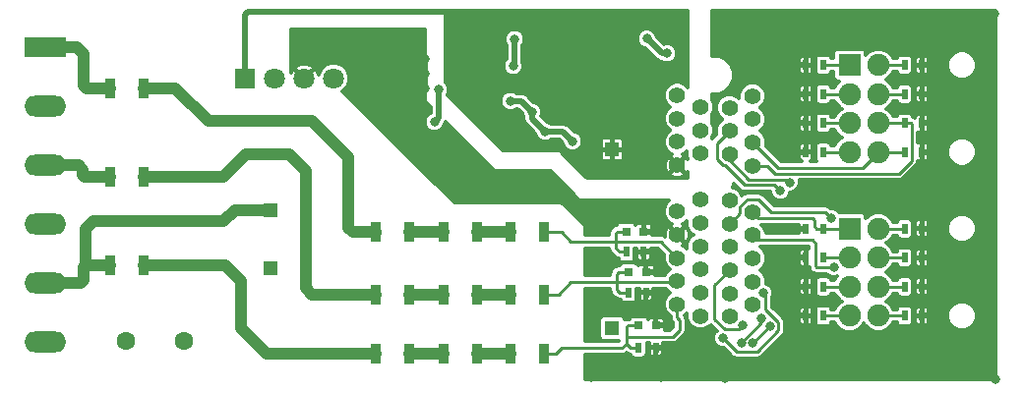
<source format=gbl>
G04 #@! TF.GenerationSoftware,KiCad,Pcbnew,(2017-09-19 revision dddaa7e69)-makepkg*
G04 #@! TF.CreationDate,2017-12-07T22:33:37+10:30*
G04 #@! TF.ProjectId,din_power_atm90e26,64696E5F706F7765725F61746D393065,rev?*
G04 #@! TF.SameCoordinates,Original*
G04 #@! TF.FileFunction,Copper,L2,Bot,Signal*
G04 #@! TF.FilePolarity,Positive*
%FSLAX46Y46*%
G04 Gerber Fmt 4.6, Leading zero omitted, Abs format (unit mm)*
G04 Created by KiCad (PCBNEW (2017-09-19 revision dddaa7e69)-makepkg) date 12/07/17 22:33:37*
%MOMM*%
%LPD*%
G01*
G04 APERTURE LIST*
%ADD10C,1.422400*%
%ADD11C,1.600000*%
%ADD12C,1.800000*%
%ADD13R,1.800000X1.800000*%
%ADD14R,1.308000X1.308000*%
%ADD15R,1.900000X1.900000*%
%ADD16C,1.900000*%
%ADD17O,3.600000X1.800000*%
%ADD18R,3.600000X1.800000*%
%ADD19R,0.500000X0.900000*%
%ADD20R,0.900000X1.700000*%
%ADD21R,0.800000X0.750000*%
%ADD22C,0.800000*%
%ADD23C,1.000000*%
%ADD24C,0.500000*%
%ADD25C,0.250000*%
%ADD26C,0.300000*%
G04 APERTURE END LIST*
D10*
X169378000Y-62367400D03*
X169378000Y-64367400D03*
X169378000Y-66367400D03*
X169378000Y-68367400D03*
X169378000Y-70367400D03*
X169378000Y-72367400D03*
X171378000Y-71367400D03*
X171378000Y-69367400D03*
X171378000Y-67367400D03*
X171378000Y-65367400D03*
X171378000Y-63367400D03*
X166878000Y-72317400D03*
X166878000Y-70317400D03*
X166878000Y-68317400D03*
X166878000Y-66317400D03*
X166878000Y-64317400D03*
X166878000Y-62317400D03*
X164878000Y-63317400D03*
X164878000Y-65317400D03*
X164878000Y-67317400D03*
X164878000Y-69317400D03*
X164878000Y-71317400D03*
X171378000Y-53367400D03*
X171378000Y-55367400D03*
X171378000Y-57367400D03*
X171378000Y-59367400D03*
X169378000Y-58367400D03*
X169378000Y-56367400D03*
X169378000Y-54367400D03*
X164878000Y-59317400D03*
X164878000Y-57317400D03*
X164878000Y-55317400D03*
X164878000Y-53317400D03*
X166878000Y-54317400D03*
X166878000Y-56317400D03*
X166878000Y-58317400D03*
D11*
X117450000Y-74500000D03*
X122450000Y-74500000D03*
D12*
X135310000Y-51850000D03*
X132770000Y-51850000D03*
X130230000Y-51850000D03*
D13*
X127690000Y-51850000D03*
D14*
X159288000Y-73389000D03*
X159288000Y-57989000D03*
X129888000Y-68189000D03*
X129888000Y-63189000D03*
D15*
X179705000Y-50698400D03*
D16*
X179705000Y-53198400D03*
X179705000Y-55698400D03*
X179705000Y-58198400D03*
X182205000Y-50698400D03*
X182205000Y-53198400D03*
X182205000Y-55698400D03*
X182205000Y-58198400D03*
X182205000Y-72295400D03*
X182205000Y-69795400D03*
X182205000Y-67295400D03*
X182205000Y-64795400D03*
X179705000Y-72295400D03*
X179705000Y-69795400D03*
X179705000Y-67295400D03*
D15*
X179705000Y-64795400D03*
D17*
X110490000Y-74574400D03*
X110490000Y-69494400D03*
X110490000Y-64414400D03*
X110490000Y-59334400D03*
X110490000Y-54254400D03*
D18*
X110490000Y-49174400D03*
D19*
X185950000Y-50700000D03*
X184450000Y-50700000D03*
X185950000Y-58200000D03*
X184450000Y-58200000D03*
X185950000Y-55700000D03*
X184450000Y-55700000D03*
X175950000Y-58200000D03*
X177450000Y-58200000D03*
X175950000Y-55700000D03*
X177450000Y-55700000D03*
X175950000Y-53200000D03*
X177450000Y-53200000D03*
X184450000Y-53200000D03*
X185950000Y-53200000D03*
X175950000Y-50700000D03*
X177450000Y-50700000D03*
D20*
X144750000Y-65100000D03*
X147650000Y-65100000D03*
X150550000Y-75550000D03*
X153450000Y-75550000D03*
X153450000Y-70450000D03*
X150550000Y-70450000D03*
X153450000Y-65100000D03*
X150550000Y-65100000D03*
X147650000Y-75550000D03*
X144750000Y-75550000D03*
X144750000Y-70450000D03*
X147650000Y-70450000D03*
X141850000Y-70450000D03*
X138950000Y-70450000D03*
X138950000Y-75550000D03*
X141850000Y-75550000D03*
X118950000Y-67950000D03*
X116050000Y-67950000D03*
X118950000Y-52700000D03*
X116050000Y-52700000D03*
X138950000Y-65100000D03*
X141850000Y-65100000D03*
X118950000Y-60300000D03*
X116050000Y-60300000D03*
D21*
X163050000Y-73150000D03*
X161550000Y-73150000D03*
X162000000Y-65050000D03*
X160500000Y-65050000D03*
X162200000Y-68550000D03*
X160700000Y-68550000D03*
D19*
X163050000Y-75050000D03*
X161550000Y-75050000D03*
X175950000Y-67300000D03*
X177450000Y-67300000D03*
X185950000Y-64800000D03*
X184450000Y-64800000D03*
X185950000Y-67300000D03*
X184450000Y-67300000D03*
X162000000Y-66800000D03*
X160500000Y-66800000D03*
X162200000Y-70300000D03*
X160700000Y-70300000D03*
X177450000Y-69800000D03*
X175950000Y-69800000D03*
X184450000Y-72300000D03*
X185950000Y-72300000D03*
X184450000Y-69800000D03*
X185950000Y-69800000D03*
X177450000Y-72300000D03*
X175950000Y-72300000D03*
X177450000Y-64800000D03*
X175950000Y-64800000D03*
D22*
X142825000Y-55600000D03*
X145750000Y-57300000D03*
X148900000Y-60375000D03*
X153775000Y-60425000D03*
X157425000Y-64400000D03*
X178300000Y-61600000D03*
X182850000Y-61700000D03*
X172300000Y-50350000D03*
X168600000Y-46350000D03*
X182250000Y-46500000D03*
X192150000Y-46250000D03*
X191000000Y-53550000D03*
X191050000Y-61650000D03*
X191100000Y-68600000D03*
X192250000Y-77750000D03*
X185200000Y-77550000D03*
X157450000Y-77600000D03*
X163500000Y-77600000D03*
X169000000Y-77650000D03*
X167250000Y-74750000D03*
X175050000Y-64800000D03*
X175050000Y-67300000D03*
X175050000Y-50700000D03*
X186850000Y-72300000D03*
X175050000Y-53200000D03*
X175050000Y-55700000D03*
X175050000Y-58200000D03*
X186850000Y-50700000D03*
X186850000Y-53200000D03*
X186850000Y-55700000D03*
X186850000Y-58200000D03*
X175050000Y-72300000D03*
X186850000Y-64800000D03*
X186850000Y-67300000D03*
X186850000Y-69800000D03*
X175050000Y-69800000D03*
X137150000Y-50600000D03*
X134700000Y-48025000D03*
X139650000Y-52600000D03*
X140150000Y-56150000D03*
X143175000Y-50200000D03*
X139650000Y-50250000D03*
X143175000Y-51425000D03*
X143175000Y-52675000D03*
X139650000Y-51450000D03*
X163100000Y-65000000D03*
X164100000Y-75000000D03*
X164200000Y-73100000D03*
X162900000Y-66800000D03*
X163300000Y-68500000D03*
X163100000Y-70300000D03*
X155875000Y-57275000D03*
X153525000Y-56450000D03*
X150525000Y-53800000D03*
X152375000Y-54725000D03*
X150775000Y-50775000D03*
X150875000Y-48475000D03*
X145875000Y-46925000D03*
X149825000Y-47975000D03*
X149825000Y-46725000D03*
X145875000Y-49025000D03*
X145866500Y-47991500D03*
X154650000Y-46500000D03*
X154875000Y-49925000D03*
X157775000Y-46500000D03*
X145350000Y-46300000D03*
X148025000Y-52025000D03*
X149875000Y-49150000D03*
X158325000Y-51275000D03*
X159550000Y-54100000D03*
X170400000Y-74650000D03*
X172100000Y-72500000D03*
X171400000Y-74650000D03*
X172850000Y-73200000D03*
X170500000Y-73100000D03*
X172300000Y-70350000D03*
X168840000Y-74230000D03*
X178100000Y-63850000D03*
X178350000Y-68100000D03*
X173750000Y-61550000D03*
X174550000Y-60800000D03*
X143975000Y-55600000D03*
X144350000Y-52800000D03*
X164000000Y-49700000D03*
X162275000Y-48425000D03*
D23*
X116050000Y-52700000D02*
X114000000Y-52700000D01*
X113174400Y-49174400D02*
X110490000Y-49174400D01*
X113750000Y-49750000D02*
X113174400Y-49174400D01*
X113750000Y-52450000D02*
X113750000Y-49750000D01*
X114000000Y-52700000D02*
X113750000Y-52450000D01*
X110758534Y-74842934D02*
X110490000Y-74574400D01*
X116050000Y-60300000D02*
X113850000Y-60300000D01*
X113334400Y-59334400D02*
X110490000Y-59334400D01*
X113700000Y-59700000D02*
X113334400Y-59334400D01*
X113700000Y-60150000D02*
X113700000Y-59700000D01*
X113850000Y-60300000D02*
X113700000Y-60150000D01*
X125850000Y-64150000D02*
X126811000Y-63189000D01*
X126811000Y-63189000D02*
X129888000Y-63189000D01*
X113950000Y-64800000D02*
X113950000Y-67950000D01*
X114600000Y-64150000D02*
X113950000Y-64800000D01*
X125850000Y-64150000D02*
X114600000Y-64150000D01*
X116050000Y-67950000D02*
X113950000Y-67950000D01*
X113505600Y-69494400D02*
X110490000Y-69494400D01*
X113750000Y-69250000D02*
X113505600Y-69494400D01*
X113750000Y-68150000D02*
X113750000Y-69250000D01*
X113950000Y-67950000D02*
X113750000Y-68150000D01*
D24*
X153775000Y-60425000D02*
X153775000Y-60750000D01*
X142825000Y-55600000D02*
X142825000Y-55950000D01*
X142825000Y-55950000D02*
X144175000Y-57300000D01*
X144175000Y-57300000D02*
X145750000Y-57300000D01*
X148900000Y-60375000D02*
X148950000Y-60425000D01*
X148950000Y-60425000D02*
X153775000Y-60425000D01*
X153775000Y-60750000D02*
X157425000Y-64400000D01*
X186850000Y-64800000D02*
X186850000Y-62600000D01*
X178300000Y-61600000D02*
X178350000Y-61600000D01*
X185950000Y-61700000D02*
X182850000Y-61700000D01*
X186850000Y-62600000D02*
X185950000Y-61700000D01*
X169000000Y-77650000D02*
X185100000Y-77650000D01*
X172300000Y-50050000D02*
X172300000Y-50350000D01*
X168600000Y-46350000D02*
X172300000Y-50050000D01*
X191900000Y-46500000D02*
X182250000Y-46500000D01*
X192150000Y-46250000D02*
X191900000Y-46500000D01*
X191000000Y-61600000D02*
X191000000Y-53550000D01*
X191050000Y-61650000D02*
X191000000Y-61600000D01*
X191100000Y-76600000D02*
X191100000Y-68600000D01*
X192250000Y-77750000D02*
X191100000Y-76600000D01*
X185100000Y-77650000D02*
X185200000Y-77550000D01*
X157450000Y-77600000D02*
X163500000Y-77600000D01*
X167250000Y-75900000D02*
X167250000Y-74750000D01*
X169000000Y-77650000D02*
X167250000Y-75900000D01*
X175950000Y-64800000D02*
X175050000Y-64800000D01*
X175950000Y-67300000D02*
X175050000Y-67300000D01*
X175050000Y-50700000D02*
X175950000Y-50700000D01*
X186850000Y-72300000D02*
X185950000Y-72300000D01*
X175950000Y-53200000D02*
X175050000Y-53200000D01*
X175950000Y-55700000D02*
X175050000Y-55700000D01*
X175950000Y-58200000D02*
X175050000Y-58200000D01*
X185950000Y-50700000D02*
X186850000Y-50700000D01*
X185950000Y-53200000D02*
X186850000Y-53200000D01*
X185950000Y-55700000D02*
X186850000Y-55700000D01*
X185950000Y-58200000D02*
X186850000Y-58200000D01*
X175050000Y-72300000D02*
X175950000Y-72300000D01*
X185950000Y-64800000D02*
X186850000Y-64800000D01*
X185950000Y-67300000D02*
X186850000Y-67300000D01*
X185950000Y-69800000D02*
X186850000Y-69800000D01*
X175950000Y-69800000D02*
X175050000Y-69800000D01*
X137150000Y-50600000D02*
X137150000Y-50475000D01*
X138000000Y-51450000D02*
X137150000Y-50600000D01*
X139650000Y-51450000D02*
X138000000Y-51450000D01*
X137150000Y-50475000D02*
X134700000Y-48025000D01*
X139650000Y-52600000D02*
X139650000Y-55650000D01*
X139650000Y-51450000D02*
X139650000Y-52600000D01*
X139650000Y-55650000D02*
X140150000Y-56150000D01*
X143175000Y-51425000D02*
X143175000Y-50200000D01*
X139650000Y-51450000D02*
X139650000Y-50250000D01*
X143175000Y-52675000D02*
X143175000Y-51425000D01*
X162000000Y-65050000D02*
X163050000Y-65050000D01*
X163050000Y-65050000D02*
X163100000Y-65000000D01*
X163050000Y-75050000D02*
X164050000Y-75050000D01*
X164050000Y-75050000D02*
X164100000Y-75000000D01*
X163050000Y-73150000D02*
X164150000Y-73150000D01*
X164150000Y-73150000D02*
X164200000Y-73100000D01*
X162000000Y-66800000D02*
X162900000Y-66800000D01*
X162200000Y-68550000D02*
X163250000Y-68550000D01*
X163250000Y-68550000D02*
X163300000Y-68500000D01*
X162200000Y-70300000D02*
X163100000Y-70300000D01*
X155875000Y-57275000D02*
X155050000Y-56450000D01*
X155050000Y-56450000D02*
X153525000Y-56450000D01*
X152375000Y-55300000D02*
X152375000Y-54725000D01*
X153525000Y-56450000D02*
X152375000Y-55300000D01*
X151450000Y-53800000D02*
X150525000Y-53800000D01*
X152375000Y-54725000D02*
X151450000Y-53800000D01*
X150875000Y-48475000D02*
X150875000Y-50675000D01*
X150875000Y-50675000D02*
X150775000Y-50775000D01*
X145866500Y-47991500D02*
X145866500Y-46933500D01*
X145866500Y-46933500D02*
X145875000Y-46925000D01*
X149825000Y-46725000D02*
X149825000Y-47975000D01*
X145866500Y-47991500D02*
X145866500Y-49016500D01*
X145866500Y-49016500D02*
X145875000Y-49025000D01*
X145866500Y-47991500D02*
X145875000Y-48000000D01*
X157775000Y-46500000D02*
X154650000Y-46500000D01*
X127675000Y-48350000D02*
X127690000Y-48365000D01*
X127675000Y-48350000D02*
X127675000Y-46375000D01*
X127675000Y-46375000D02*
X127900000Y-46150000D01*
X127900000Y-46150000D02*
X145200000Y-46150000D01*
X145200000Y-46150000D02*
X145350000Y-46300000D01*
X127690000Y-48365000D02*
X127690000Y-51850000D01*
X158325000Y-52875000D02*
X158325000Y-51275000D01*
X159550000Y-54100000D02*
X158325000Y-52875000D01*
D25*
X172100000Y-72900000D02*
X170400000Y-74600000D01*
X170400000Y-74600000D02*
X170400000Y-74650000D01*
X172100000Y-72500000D02*
X172100000Y-72900000D01*
X177450000Y-50700000D02*
X179703400Y-50700000D01*
X179703400Y-50700000D02*
X179705000Y-50698400D01*
X177450000Y-53200000D02*
X179703400Y-53200000D01*
X179703400Y-53200000D02*
X179705000Y-53198400D01*
X172850000Y-73200000D02*
X171400000Y-74650000D01*
X182205000Y-50698400D02*
X184448400Y-50698400D01*
X184448400Y-50698400D02*
X184450000Y-50700000D01*
X168100000Y-69645400D02*
X168100000Y-72600000D01*
X168100000Y-72600000D02*
X168950000Y-73450000D01*
X168950000Y-73450000D02*
X170150000Y-73450000D01*
X170150000Y-73450000D02*
X170500000Y-73100000D01*
X169378000Y-68367400D02*
X168100000Y-69645400D01*
X169378000Y-68367400D02*
X169378000Y-68728000D01*
X182205000Y-53198400D02*
X184448400Y-53198400D01*
X184448400Y-53198400D02*
X184450000Y-53200000D01*
X173600000Y-73550000D02*
X171750000Y-75400000D01*
X172500000Y-70550000D02*
X172500000Y-71800000D01*
X172500000Y-71800000D02*
X173600000Y-72900000D01*
X173600000Y-72900000D02*
X173600000Y-73550000D01*
X172300000Y-70350000D02*
X172500000Y-70550000D01*
X170010000Y-75400000D02*
X168840000Y-74230000D01*
X170100000Y-75400000D02*
X170010000Y-75400000D01*
X171750000Y-75400000D02*
X170100000Y-75400000D01*
X177450000Y-55700000D02*
X179703400Y-55700000D01*
X179703400Y-55700000D02*
X179705000Y-55698400D01*
X181050000Y-60050000D02*
X183950000Y-60050000D01*
X171378000Y-59367400D02*
X172667400Y-59367400D01*
X172667400Y-59367400D02*
X173350000Y-60050000D01*
X173350000Y-60050000D02*
X181050000Y-60050000D01*
X184950000Y-55700000D02*
X184450000Y-55700000D01*
X185050000Y-55800000D02*
X184950000Y-55700000D01*
X185050000Y-57450000D02*
X185050000Y-55800000D01*
X185050000Y-58950000D02*
X185050000Y-57450000D01*
X183950000Y-60050000D02*
X185050000Y-58950000D01*
X182205000Y-55698400D02*
X184448400Y-55698400D01*
X184448400Y-55698400D02*
X184450000Y-55700000D01*
X171378000Y-57367400D02*
X173560600Y-59550000D01*
X180853400Y-59550000D02*
X182205000Y-58198400D01*
X173560600Y-59550000D02*
X180853400Y-59550000D01*
X182205000Y-58198400D02*
X184448400Y-58198400D01*
X184448400Y-58198400D02*
X184450000Y-58200000D01*
X171378000Y-63367400D02*
X171910600Y-63900000D01*
X176900000Y-64800000D02*
X177450000Y-64800000D01*
X176700000Y-64600000D02*
X176900000Y-64800000D01*
X176700000Y-64050000D02*
X176700000Y-64600000D01*
X176550000Y-63900000D02*
X176700000Y-64050000D01*
X171910600Y-63900000D02*
X176550000Y-63900000D01*
X177450000Y-64800000D02*
X179700400Y-64800000D01*
X179700400Y-64800000D02*
X179705000Y-64795400D01*
X175200000Y-63400000D02*
X177650000Y-63400000D01*
X170300000Y-63445400D02*
X170300000Y-62900000D01*
X170300000Y-62900000D02*
X170900000Y-62300000D01*
X170900000Y-62300000D02*
X171850000Y-62300000D01*
X171850000Y-62300000D02*
X172950000Y-63400000D01*
X172950000Y-63400000D02*
X175200000Y-63400000D01*
X169378000Y-64367400D02*
X170300000Y-63445400D01*
X177650000Y-63400000D02*
X178100000Y-63850000D01*
X169378000Y-64367400D02*
X169378000Y-64072000D01*
X179705000Y-67295400D02*
X178250000Y-67295400D01*
X178250000Y-67295400D02*
X177454600Y-67295400D01*
X177454600Y-67295400D02*
X177450000Y-67300000D01*
X171378000Y-65367400D02*
X171760600Y-65750000D01*
X171760600Y-65750000D02*
X176500000Y-65750000D01*
X176850000Y-68100000D02*
X178350000Y-68100000D01*
X176800000Y-68050000D02*
X176850000Y-68100000D01*
X176800000Y-66050000D02*
X176800000Y-68050000D01*
X176500000Y-65750000D02*
X176800000Y-66050000D01*
X182205000Y-64795400D02*
X184445400Y-64795400D01*
X184445400Y-64795400D02*
X184450000Y-64800000D01*
X184450000Y-67300000D02*
X182209600Y-67300000D01*
X182209600Y-67300000D02*
X182205000Y-67295400D01*
X173050000Y-61050000D02*
X173250000Y-61050000D01*
X173250000Y-61050000D02*
X173750000Y-61550000D01*
X169378000Y-56367400D02*
X168300000Y-57445400D01*
X168800000Y-59350000D02*
X168950000Y-59350000D01*
X168300000Y-58850000D02*
X168800000Y-59350000D01*
X168300000Y-57445400D02*
X168300000Y-58850000D01*
X173050000Y-61050000D02*
X173050000Y-61050000D01*
X170650000Y-61050000D02*
X173050000Y-61050000D01*
X168950000Y-59350000D02*
X170650000Y-61050000D01*
X179705000Y-72295400D02*
X177454600Y-72295400D01*
X177454600Y-72295400D02*
X177450000Y-72300000D01*
X169378000Y-70367400D02*
X169378000Y-70878000D01*
X177450000Y-58200000D02*
X179703400Y-58200000D01*
X179703400Y-58200000D02*
X179705000Y-58198400D01*
X184450000Y-72300000D02*
X182209600Y-72300000D01*
X182209600Y-72300000D02*
X182205000Y-72295400D01*
X169378000Y-58367400D02*
X169378000Y-58878000D01*
X169378000Y-58878000D02*
X171050000Y-60550000D01*
X174300000Y-60550000D02*
X174550000Y-60800000D01*
X173200000Y-60550000D02*
X174300000Y-60550000D01*
X173200000Y-60550000D02*
X173200000Y-60550000D01*
X171050000Y-60550000D02*
X173200000Y-60550000D01*
X169378000Y-58367400D02*
X169378000Y-58978000D01*
X179705000Y-69795400D02*
X177454600Y-69795400D01*
X177454600Y-69795400D02*
X177450000Y-69800000D01*
X153450000Y-65100000D02*
X154900000Y-65100000D01*
X158900000Y-65900000D02*
X159600000Y-65900000D01*
X155700000Y-65900000D02*
X158900000Y-65900000D01*
X154900000Y-65100000D02*
X155700000Y-65900000D01*
X160500000Y-65050000D02*
X159750000Y-65050000D01*
X159600000Y-65200000D02*
X159600000Y-65900000D01*
X159750000Y-65050000D02*
X159600000Y-65200000D01*
X160500000Y-66800000D02*
X159900000Y-66800000D01*
X159600000Y-66500000D02*
X159600000Y-65900000D01*
X159900000Y-66800000D02*
X159600000Y-66500000D01*
X164878000Y-67317400D02*
X163460600Y-65900000D01*
X163460600Y-65900000D02*
X159600000Y-65900000D01*
X153450000Y-75550000D02*
X154450000Y-75550000D01*
X154450000Y-75550000D02*
X154913000Y-75087000D01*
X154913000Y-75087000D02*
X160113000Y-75087000D01*
X160113000Y-75087000D02*
X160500000Y-74700000D01*
X161550000Y-75050000D02*
X160850000Y-75050000D01*
X160500000Y-74700000D02*
X160500000Y-74100000D01*
X160850000Y-75050000D02*
X160500000Y-74700000D01*
X161550000Y-73150000D02*
X160650000Y-73150000D01*
X160500000Y-73300000D02*
X160500000Y-74100000D01*
X160650000Y-73150000D02*
X160500000Y-73300000D01*
X164878000Y-71317400D02*
X164878000Y-72478000D01*
X164500000Y-74100000D02*
X160500000Y-74100000D01*
X165100000Y-73500000D02*
X164500000Y-74100000D01*
X165100000Y-72700000D02*
X165100000Y-73500000D01*
X164878000Y-72478000D02*
X165100000Y-72700000D01*
X153450000Y-70450000D02*
X154650000Y-70450000D01*
X159300000Y-69400000D02*
X159700000Y-69400000D01*
X155700000Y-69400000D02*
X159300000Y-69400000D01*
X154650000Y-70450000D02*
X155700000Y-69400000D01*
X160700000Y-70300000D02*
X159900000Y-70300000D01*
X159700000Y-70100000D02*
X159700000Y-69400000D01*
X159900000Y-70300000D02*
X159700000Y-70100000D01*
X160700000Y-68550000D02*
X159850000Y-68550000D01*
X159700000Y-68700000D02*
X159700000Y-69400000D01*
X159850000Y-68550000D02*
X159700000Y-68700000D01*
X164878000Y-69317400D02*
X164795400Y-69400000D01*
X164795400Y-69400000D02*
X159700000Y-69400000D01*
X184450000Y-69800000D02*
X182209600Y-69800000D01*
X182209600Y-69800000D02*
X182205000Y-69795400D01*
D24*
X143975000Y-55600000D02*
X144350000Y-55225000D01*
X144350000Y-54750000D02*
X144350000Y-55225000D01*
X144350000Y-54750000D02*
X144350000Y-52800000D01*
X144325000Y-54775000D02*
X144350000Y-54750000D01*
X163550000Y-49700000D02*
X164000000Y-49700000D01*
X162275000Y-48425000D02*
X163550000Y-49700000D01*
D23*
X137000000Y-65100000D02*
X136600000Y-64700000D01*
X138950000Y-65100000D02*
X137000000Y-65100000D01*
X133420000Y-55500000D02*
X124500000Y-55500000D01*
X136600000Y-58680000D02*
X133420000Y-55500000D01*
X136600000Y-64700000D02*
X136600000Y-58680000D01*
X124500000Y-55500000D02*
X121700000Y-52700000D01*
X121700000Y-52700000D02*
X118950000Y-52700000D01*
X138950000Y-65100000D02*
X138900000Y-65150000D01*
X141850000Y-65100000D02*
X144750000Y-65100000D01*
X141850000Y-75550000D02*
X144750000Y-75550000D01*
X127350000Y-69300000D02*
X127350000Y-73350000D01*
X138950000Y-75550000D02*
X135600000Y-75550000D01*
X125550000Y-67950000D02*
X126000000Y-67950000D01*
X126000000Y-67950000D02*
X127350000Y-69300000D01*
X125550000Y-67950000D02*
X118950000Y-67950000D01*
X129550000Y-75550000D02*
X135600000Y-75550000D01*
X127350000Y-73350000D02*
X129550000Y-75550000D01*
X133450000Y-70450000D02*
X135450000Y-70450000D01*
X125850000Y-60300000D02*
X127750000Y-58400000D01*
X118950000Y-60300000D02*
X125850000Y-60300000D01*
X132900000Y-69900000D02*
X133450000Y-70450000D01*
X132900000Y-59800000D02*
X132900000Y-69900000D01*
X131500000Y-58400000D02*
X132900000Y-59800000D01*
X127750000Y-58400000D02*
X131500000Y-58400000D01*
X135450000Y-70450000D02*
X138950000Y-70450000D01*
X147650000Y-75550000D02*
X150550000Y-75550000D01*
X141850000Y-70450000D02*
X144750000Y-70450000D01*
X147650000Y-65100000D02*
X150550000Y-65100000D01*
X147650000Y-70450000D02*
X150550000Y-70450000D01*
D26*
G36*
X165800000Y-52597391D02*
X165536626Y-52333557D01*
X165109990Y-52156402D01*
X164648036Y-52155999D01*
X164221092Y-52332409D01*
X163894157Y-52658774D01*
X163717002Y-53085410D01*
X163716599Y-53547364D01*
X163893009Y-53974308D01*
X164219374Y-54301243D01*
X164257851Y-54317220D01*
X164221092Y-54332409D01*
X163894157Y-54658774D01*
X163717002Y-55085410D01*
X163716599Y-55547364D01*
X163893009Y-55974308D01*
X164219374Y-56301243D01*
X164257851Y-56317220D01*
X164221092Y-56332409D01*
X163894157Y-56658774D01*
X163717002Y-57085410D01*
X163716599Y-57547364D01*
X163893009Y-57974308D01*
X164219374Y-58301243D01*
X164386681Y-58370715D01*
X164283153Y-58413598D01*
X164211034Y-58579724D01*
X164878000Y-59246689D01*
X165544966Y-58579724D01*
X165472847Y-58413598D01*
X165368409Y-58371187D01*
X165534908Y-58302391D01*
X165716971Y-58120645D01*
X165716599Y-58547364D01*
X165800000Y-58749209D01*
X165800000Y-58766487D01*
X165781802Y-58722553D01*
X165615676Y-58650434D01*
X164948711Y-59317400D01*
X165615676Y-59984366D01*
X165781802Y-59912247D01*
X165800000Y-59867434D01*
X165800000Y-60425000D01*
X157112132Y-60425000D01*
X156742208Y-60055076D01*
X164211034Y-60055076D01*
X164283153Y-60221202D01*
X164674303Y-60380042D01*
X165096464Y-60377105D01*
X165472847Y-60221202D01*
X165544966Y-60055076D01*
X164878000Y-59388111D01*
X164211034Y-60055076D01*
X156742208Y-60055076D01*
X155800835Y-59113703D01*
X163815358Y-59113703D01*
X163818295Y-59535864D01*
X163974198Y-59912247D01*
X164140324Y-59984366D01*
X164807289Y-59317400D01*
X164140324Y-58650434D01*
X163974198Y-58722553D01*
X163815358Y-59113703D01*
X155800835Y-59113703D01*
X154813632Y-58126500D01*
X158284000Y-58126500D01*
X158284000Y-58712620D01*
X158337285Y-58841259D01*
X158435741Y-58939716D01*
X158564381Y-58993000D01*
X159150500Y-58993000D01*
X159238000Y-58905500D01*
X159238000Y-58039000D01*
X159338000Y-58039000D01*
X159338000Y-58905500D01*
X159425500Y-58993000D01*
X160011619Y-58993000D01*
X160140259Y-58939716D01*
X160238715Y-58841259D01*
X160292000Y-58712620D01*
X160292000Y-58126500D01*
X160204500Y-58039000D01*
X159338000Y-58039000D01*
X159238000Y-58039000D01*
X158371500Y-58039000D01*
X158284000Y-58126500D01*
X154813632Y-58126500D01*
X154756066Y-58068934D01*
X154707403Y-58036418D01*
X154650000Y-58025000D01*
X149837132Y-58025000D01*
X145780466Y-53968334D01*
X149674853Y-53968334D01*
X149803985Y-54280857D01*
X150042885Y-54520174D01*
X150355183Y-54649852D01*
X150693334Y-54650147D01*
X151005857Y-54521015D01*
X151026909Y-54500000D01*
X151160050Y-54500000D01*
X151524878Y-54864827D01*
X151524853Y-54893334D01*
X151653985Y-55205857D01*
X151675000Y-55226909D01*
X151675000Y-55300000D01*
X151728284Y-55567879D01*
X151880025Y-55794975D01*
X152674878Y-56589827D01*
X152674853Y-56618334D01*
X152803985Y-56930857D01*
X153042885Y-57170174D01*
X153355183Y-57299852D01*
X153693334Y-57300147D01*
X154005857Y-57171015D01*
X154026909Y-57150000D01*
X154760050Y-57150000D01*
X155024878Y-57414828D01*
X155024853Y-57443334D01*
X155153985Y-57755857D01*
X155392885Y-57995174D01*
X155705183Y-58124852D01*
X156043334Y-58125147D01*
X156355857Y-57996015D01*
X156595174Y-57757115D01*
X156724852Y-57444817D01*
X156725008Y-57265380D01*
X158284000Y-57265380D01*
X158284000Y-57851500D01*
X158371500Y-57939000D01*
X159238000Y-57939000D01*
X159238000Y-57072500D01*
X159338000Y-57072500D01*
X159338000Y-57939000D01*
X160204500Y-57939000D01*
X160292000Y-57851500D01*
X160292000Y-57265380D01*
X160238715Y-57136741D01*
X160140259Y-57038284D01*
X160011619Y-56985000D01*
X159425500Y-56985000D01*
X159338000Y-57072500D01*
X159238000Y-57072500D01*
X159150500Y-56985000D01*
X158564381Y-56985000D01*
X158435741Y-57038284D01*
X158337285Y-57136741D01*
X158284000Y-57265380D01*
X156725008Y-57265380D01*
X156725147Y-57106666D01*
X156596015Y-56794143D01*
X156357115Y-56554826D01*
X156044817Y-56425148D01*
X156015072Y-56425122D01*
X155544975Y-55955025D01*
X155317879Y-55803284D01*
X155050000Y-55750000D01*
X154027254Y-55750000D01*
X154007115Y-55729826D01*
X153694817Y-55600148D01*
X153665071Y-55600122D01*
X153147075Y-55082125D01*
X153224852Y-54894817D01*
X153225147Y-54556666D01*
X153096015Y-54244143D01*
X152857115Y-54004826D01*
X152544817Y-53875148D01*
X152515071Y-53875122D01*
X151944975Y-53305025D01*
X151717879Y-53153284D01*
X151450000Y-53100000D01*
X151027254Y-53100000D01*
X151007115Y-53079826D01*
X150694817Y-52950148D01*
X150356666Y-52949853D01*
X150044143Y-53078985D01*
X149804826Y-53317885D01*
X149675148Y-53630183D01*
X149674853Y-53968334D01*
X145780466Y-53968334D01*
X145077237Y-53265105D01*
X145199852Y-52969817D01*
X145200147Y-52631666D01*
X145071015Y-52319143D01*
X144975000Y-52222960D01*
X144975000Y-50943334D01*
X149924853Y-50943334D01*
X150053985Y-51255857D01*
X150292885Y-51495174D01*
X150605183Y-51624852D01*
X150943334Y-51625147D01*
X151255857Y-51496015D01*
X151495174Y-51257115D01*
X151624852Y-50944817D01*
X151625147Y-50606666D01*
X151575000Y-50485301D01*
X151575000Y-48977254D01*
X151595174Y-48957115D01*
X151724852Y-48644817D01*
X151724896Y-48593334D01*
X161424853Y-48593334D01*
X161553985Y-48905857D01*
X161792885Y-49145174D01*
X162105183Y-49274852D01*
X162134928Y-49274878D01*
X163055025Y-50194975D01*
X163282122Y-50346716D01*
X163484800Y-50387031D01*
X163517885Y-50420174D01*
X163830183Y-50549852D01*
X164168334Y-50550147D01*
X164480857Y-50421015D01*
X164720174Y-50182115D01*
X164849852Y-49869817D01*
X164850147Y-49531666D01*
X164721015Y-49219143D01*
X164482115Y-48979826D01*
X164169817Y-48850148D01*
X163831666Y-48849853D01*
X163731281Y-48891331D01*
X163125122Y-48285172D01*
X163125147Y-48256666D01*
X162996015Y-47944143D01*
X162757115Y-47704826D01*
X162444817Y-47575148D01*
X162106666Y-47574853D01*
X161794143Y-47703985D01*
X161554826Y-47942885D01*
X161425148Y-48255183D01*
X161424853Y-48593334D01*
X151724896Y-48593334D01*
X151725147Y-48306666D01*
X151596015Y-47994143D01*
X151357115Y-47754826D01*
X151044817Y-47625148D01*
X150706666Y-47624853D01*
X150394143Y-47753985D01*
X150154826Y-47992885D01*
X150025148Y-48305183D01*
X150024853Y-48643334D01*
X150153985Y-48955857D01*
X150175000Y-48976909D01*
X150175000Y-50172920D01*
X150054826Y-50292885D01*
X149925148Y-50605183D01*
X149924853Y-50943334D01*
X144975000Y-50943334D01*
X144975000Y-45991000D01*
X165800000Y-45991000D01*
X165800000Y-52597391D01*
X165800000Y-52597391D01*
G37*
X165800000Y-52597391D02*
X165536626Y-52333557D01*
X165109990Y-52156402D01*
X164648036Y-52155999D01*
X164221092Y-52332409D01*
X163894157Y-52658774D01*
X163717002Y-53085410D01*
X163716599Y-53547364D01*
X163893009Y-53974308D01*
X164219374Y-54301243D01*
X164257851Y-54317220D01*
X164221092Y-54332409D01*
X163894157Y-54658774D01*
X163717002Y-55085410D01*
X163716599Y-55547364D01*
X163893009Y-55974308D01*
X164219374Y-56301243D01*
X164257851Y-56317220D01*
X164221092Y-56332409D01*
X163894157Y-56658774D01*
X163717002Y-57085410D01*
X163716599Y-57547364D01*
X163893009Y-57974308D01*
X164219374Y-58301243D01*
X164386681Y-58370715D01*
X164283153Y-58413598D01*
X164211034Y-58579724D01*
X164878000Y-59246689D01*
X165544966Y-58579724D01*
X165472847Y-58413598D01*
X165368409Y-58371187D01*
X165534908Y-58302391D01*
X165716971Y-58120645D01*
X165716599Y-58547364D01*
X165800000Y-58749209D01*
X165800000Y-58766487D01*
X165781802Y-58722553D01*
X165615676Y-58650434D01*
X164948711Y-59317400D01*
X165615676Y-59984366D01*
X165781802Y-59912247D01*
X165800000Y-59867434D01*
X165800000Y-60425000D01*
X157112132Y-60425000D01*
X156742208Y-60055076D01*
X164211034Y-60055076D01*
X164283153Y-60221202D01*
X164674303Y-60380042D01*
X165096464Y-60377105D01*
X165472847Y-60221202D01*
X165544966Y-60055076D01*
X164878000Y-59388111D01*
X164211034Y-60055076D01*
X156742208Y-60055076D01*
X155800835Y-59113703D01*
X163815358Y-59113703D01*
X163818295Y-59535864D01*
X163974198Y-59912247D01*
X164140324Y-59984366D01*
X164807289Y-59317400D01*
X164140324Y-58650434D01*
X163974198Y-58722553D01*
X163815358Y-59113703D01*
X155800835Y-59113703D01*
X154813632Y-58126500D01*
X158284000Y-58126500D01*
X158284000Y-58712620D01*
X158337285Y-58841259D01*
X158435741Y-58939716D01*
X158564381Y-58993000D01*
X159150500Y-58993000D01*
X159238000Y-58905500D01*
X159238000Y-58039000D01*
X159338000Y-58039000D01*
X159338000Y-58905500D01*
X159425500Y-58993000D01*
X160011619Y-58993000D01*
X160140259Y-58939716D01*
X160238715Y-58841259D01*
X160292000Y-58712620D01*
X160292000Y-58126500D01*
X160204500Y-58039000D01*
X159338000Y-58039000D01*
X159238000Y-58039000D01*
X158371500Y-58039000D01*
X158284000Y-58126500D01*
X154813632Y-58126500D01*
X154756066Y-58068934D01*
X154707403Y-58036418D01*
X154650000Y-58025000D01*
X149837132Y-58025000D01*
X145780466Y-53968334D01*
X149674853Y-53968334D01*
X149803985Y-54280857D01*
X150042885Y-54520174D01*
X150355183Y-54649852D01*
X150693334Y-54650147D01*
X151005857Y-54521015D01*
X151026909Y-54500000D01*
X151160050Y-54500000D01*
X151524878Y-54864827D01*
X151524853Y-54893334D01*
X151653985Y-55205857D01*
X151675000Y-55226909D01*
X151675000Y-55300000D01*
X151728284Y-55567879D01*
X151880025Y-55794975D01*
X152674878Y-56589827D01*
X152674853Y-56618334D01*
X152803985Y-56930857D01*
X153042885Y-57170174D01*
X153355183Y-57299852D01*
X153693334Y-57300147D01*
X154005857Y-57171015D01*
X154026909Y-57150000D01*
X154760050Y-57150000D01*
X155024878Y-57414828D01*
X155024853Y-57443334D01*
X155153985Y-57755857D01*
X155392885Y-57995174D01*
X155705183Y-58124852D01*
X156043334Y-58125147D01*
X156355857Y-57996015D01*
X156595174Y-57757115D01*
X156724852Y-57444817D01*
X156725008Y-57265380D01*
X158284000Y-57265380D01*
X158284000Y-57851500D01*
X158371500Y-57939000D01*
X159238000Y-57939000D01*
X159238000Y-57072500D01*
X159338000Y-57072500D01*
X159338000Y-57939000D01*
X160204500Y-57939000D01*
X160292000Y-57851500D01*
X160292000Y-57265380D01*
X160238715Y-57136741D01*
X160140259Y-57038284D01*
X160011619Y-56985000D01*
X159425500Y-56985000D01*
X159338000Y-57072500D01*
X159238000Y-57072500D01*
X159150500Y-56985000D01*
X158564381Y-56985000D01*
X158435741Y-57038284D01*
X158337285Y-57136741D01*
X158284000Y-57265380D01*
X156725008Y-57265380D01*
X156725147Y-57106666D01*
X156596015Y-56794143D01*
X156357115Y-56554826D01*
X156044817Y-56425148D01*
X156015072Y-56425122D01*
X155544975Y-55955025D01*
X155317879Y-55803284D01*
X155050000Y-55750000D01*
X154027254Y-55750000D01*
X154007115Y-55729826D01*
X153694817Y-55600148D01*
X153665071Y-55600122D01*
X153147075Y-55082125D01*
X153224852Y-54894817D01*
X153225147Y-54556666D01*
X153096015Y-54244143D01*
X152857115Y-54004826D01*
X152544817Y-53875148D01*
X152515071Y-53875122D01*
X151944975Y-53305025D01*
X151717879Y-53153284D01*
X151450000Y-53100000D01*
X151027254Y-53100000D01*
X151007115Y-53079826D01*
X150694817Y-52950148D01*
X150356666Y-52949853D01*
X150044143Y-53078985D01*
X149804826Y-53317885D01*
X149675148Y-53630183D01*
X149674853Y-53968334D01*
X145780466Y-53968334D01*
X145077237Y-53265105D01*
X145199852Y-52969817D01*
X145200147Y-52631666D01*
X145071015Y-52319143D01*
X144975000Y-52222960D01*
X144975000Y-50943334D01*
X149924853Y-50943334D01*
X150053985Y-51255857D01*
X150292885Y-51495174D01*
X150605183Y-51624852D01*
X150943334Y-51625147D01*
X151255857Y-51496015D01*
X151495174Y-51257115D01*
X151624852Y-50944817D01*
X151625147Y-50606666D01*
X151575000Y-50485301D01*
X151575000Y-48977254D01*
X151595174Y-48957115D01*
X151724852Y-48644817D01*
X151724896Y-48593334D01*
X161424853Y-48593334D01*
X161553985Y-48905857D01*
X161792885Y-49145174D01*
X162105183Y-49274852D01*
X162134928Y-49274878D01*
X163055025Y-50194975D01*
X163282122Y-50346716D01*
X163484800Y-50387031D01*
X163517885Y-50420174D01*
X163830183Y-50549852D01*
X164168334Y-50550147D01*
X164480857Y-50421015D01*
X164720174Y-50182115D01*
X164849852Y-49869817D01*
X164850147Y-49531666D01*
X164721015Y-49219143D01*
X164482115Y-48979826D01*
X164169817Y-48850148D01*
X163831666Y-48849853D01*
X163731281Y-48891331D01*
X163125122Y-48285172D01*
X163125147Y-48256666D01*
X162996015Y-47944143D01*
X162757115Y-47704826D01*
X162444817Y-47575148D01*
X162106666Y-47574853D01*
X161794143Y-47703985D01*
X161554826Y-47942885D01*
X161425148Y-48255183D01*
X161424853Y-48593334D01*
X151724896Y-48593334D01*
X151725147Y-48306666D01*
X151596015Y-47994143D01*
X151357115Y-47754826D01*
X151044817Y-47625148D01*
X150706666Y-47624853D01*
X150394143Y-47753985D01*
X150154826Y-47992885D01*
X150025148Y-48305183D01*
X150024853Y-48643334D01*
X150153985Y-48955857D01*
X150175000Y-48976909D01*
X150175000Y-50172920D01*
X150054826Y-50292885D01*
X149925148Y-50605183D01*
X149924853Y-50943334D01*
X144975000Y-50943334D01*
X144975000Y-45991000D01*
X165800000Y-45991000D01*
X165800000Y-52597391D01*
G36*
X192293000Y-77741000D02*
X157000000Y-77741000D01*
X157000000Y-75662000D01*
X160113000Y-75662000D01*
X160333043Y-75618231D01*
X160509187Y-75500535D01*
X160629957Y-75581231D01*
X160850000Y-75625000D01*
X160866048Y-75625000D01*
X160876109Y-75675581D01*
X160975568Y-75824432D01*
X161124419Y-75923891D01*
X161300000Y-75958816D01*
X161800000Y-75958816D01*
X161975581Y-75923891D01*
X162124432Y-75824432D01*
X162223891Y-75675581D01*
X162258816Y-75500000D01*
X162258816Y-75187500D01*
X162450000Y-75187500D01*
X162450000Y-75569620D01*
X162503285Y-75698259D01*
X162601741Y-75796716D01*
X162730381Y-75850000D01*
X162912500Y-75850000D01*
X163000000Y-75762500D01*
X163000000Y-75100000D01*
X163100000Y-75100000D01*
X163100000Y-75762500D01*
X163187500Y-75850000D01*
X163369619Y-75850000D01*
X163498259Y-75796716D01*
X163596715Y-75698259D01*
X163650000Y-75569620D01*
X163650000Y-75187500D01*
X163562500Y-75100000D01*
X163100000Y-75100000D01*
X163000000Y-75100000D01*
X162537500Y-75100000D01*
X162450000Y-75187500D01*
X162258816Y-75187500D01*
X162258816Y-74675000D01*
X162450000Y-74675000D01*
X162450000Y-74912500D01*
X162537500Y-75000000D01*
X163000000Y-75000000D01*
X163000000Y-74980000D01*
X163100000Y-74980000D01*
X163100000Y-75000000D01*
X163562500Y-75000000D01*
X163650000Y-74912500D01*
X163650000Y-74675000D01*
X164500000Y-74675000D01*
X164720043Y-74631231D01*
X164906586Y-74506586D01*
X165506586Y-73906586D01*
X165631231Y-73720043D01*
X165638951Y-73681231D01*
X165675000Y-73500000D01*
X165675000Y-72700000D01*
X165631231Y-72479957D01*
X165594510Y-72425000D01*
X165517415Y-72309619D01*
X165534908Y-72302391D01*
X165716971Y-72120645D01*
X165716599Y-72547364D01*
X165893009Y-72974308D01*
X166219374Y-73301243D01*
X166646010Y-73478398D01*
X167107964Y-73478801D01*
X167534908Y-73302391D01*
X167762262Y-73075434D01*
X168277406Y-73590579D01*
X168119826Y-73747885D01*
X167990148Y-74060183D01*
X167989853Y-74398334D01*
X168118985Y-74710857D01*
X168357885Y-74950174D01*
X168670183Y-75079852D01*
X168876860Y-75080032D01*
X169603414Y-75806586D01*
X169789957Y-75931231D01*
X170010000Y-75975000D01*
X171750000Y-75975000D01*
X171970043Y-75931231D01*
X172156586Y-75806586D01*
X174006586Y-73956586D01*
X174131231Y-73770043D01*
X174135638Y-73747885D01*
X174175000Y-73550000D01*
X174175000Y-72900000D01*
X174131231Y-72679957D01*
X174006586Y-72493414D01*
X173950672Y-72437500D01*
X175350000Y-72437500D01*
X175350000Y-72819620D01*
X175403285Y-72948259D01*
X175501741Y-73046716D01*
X175630381Y-73100000D01*
X175812500Y-73100000D01*
X175900000Y-73012500D01*
X175900000Y-72350000D01*
X176000000Y-72350000D01*
X176000000Y-73012500D01*
X176087500Y-73100000D01*
X176269619Y-73100000D01*
X176398259Y-73046716D01*
X176496715Y-72948259D01*
X176550000Y-72819620D01*
X176550000Y-72437500D01*
X176462500Y-72350000D01*
X176000000Y-72350000D01*
X175900000Y-72350000D01*
X175437500Y-72350000D01*
X175350000Y-72437500D01*
X173950672Y-72437500D01*
X173293552Y-71780380D01*
X175350000Y-71780380D01*
X175350000Y-72162500D01*
X175437500Y-72250000D01*
X175900000Y-72250000D01*
X175900000Y-71587500D01*
X176000000Y-71587500D01*
X176000000Y-72250000D01*
X176462500Y-72250000D01*
X176550000Y-72162500D01*
X176550000Y-71780380D01*
X176496715Y-71651741D01*
X176398259Y-71553284D01*
X176269619Y-71500000D01*
X176087500Y-71500000D01*
X176000000Y-71587500D01*
X175900000Y-71587500D01*
X175812500Y-71500000D01*
X175630381Y-71500000D01*
X175501741Y-71553284D01*
X175403285Y-71651741D01*
X175350000Y-71780380D01*
X173293552Y-71780380D01*
X173075000Y-71561828D01*
X173075000Y-70700080D01*
X173149852Y-70519817D01*
X173150147Y-70181666D01*
X173049260Y-69937500D01*
X175350000Y-69937500D01*
X175350000Y-70319620D01*
X175403285Y-70448259D01*
X175501741Y-70546716D01*
X175630381Y-70600000D01*
X175812500Y-70600000D01*
X175900000Y-70512500D01*
X175900000Y-69850000D01*
X176000000Y-69850000D01*
X176000000Y-70512500D01*
X176087500Y-70600000D01*
X176269619Y-70600000D01*
X176398259Y-70546716D01*
X176496715Y-70448259D01*
X176550000Y-70319620D01*
X176550000Y-69937500D01*
X176462500Y-69850000D01*
X176000000Y-69850000D01*
X175900000Y-69850000D01*
X175437500Y-69850000D01*
X175350000Y-69937500D01*
X173049260Y-69937500D01*
X173021015Y-69869143D01*
X172782115Y-69629826D01*
X172539059Y-69528900D01*
X172539276Y-69280380D01*
X175350000Y-69280380D01*
X175350000Y-69662500D01*
X175437500Y-69750000D01*
X175900000Y-69750000D01*
X175900000Y-69087500D01*
X176000000Y-69087500D01*
X176000000Y-69750000D01*
X176462500Y-69750000D01*
X176550000Y-69662500D01*
X176550000Y-69280380D01*
X176496715Y-69151741D01*
X176398259Y-69053284D01*
X176269619Y-69000000D01*
X176087500Y-69000000D01*
X176000000Y-69087500D01*
X175900000Y-69087500D01*
X175812500Y-69000000D01*
X175630381Y-69000000D01*
X175501741Y-69053284D01*
X175403285Y-69151741D01*
X175350000Y-69280380D01*
X172539276Y-69280380D01*
X172539401Y-69137436D01*
X172362991Y-68710492D01*
X172036626Y-68383557D01*
X171998149Y-68367580D01*
X172034908Y-68352391D01*
X172361843Y-68026026D01*
X172538998Y-67599390D01*
X172539139Y-67437500D01*
X175350000Y-67437500D01*
X175350000Y-67819620D01*
X175403285Y-67948259D01*
X175501741Y-68046716D01*
X175630381Y-68100000D01*
X175812500Y-68100000D01*
X175900000Y-68012500D01*
X175900000Y-67350000D01*
X175437500Y-67350000D01*
X175350000Y-67437500D01*
X172539139Y-67437500D01*
X172539401Y-67137436D01*
X172391869Y-66780380D01*
X175350000Y-66780380D01*
X175350000Y-67162500D01*
X175437500Y-67250000D01*
X175900000Y-67250000D01*
X175900000Y-66587500D01*
X175812500Y-66500000D01*
X175630381Y-66500000D01*
X175501741Y-66553284D01*
X175403285Y-66651741D01*
X175350000Y-66780380D01*
X172391869Y-66780380D01*
X172362991Y-66710492D01*
X172036626Y-66383557D01*
X171998149Y-66367580D01*
X172034908Y-66352391D01*
X172062347Y-66325000D01*
X176225000Y-66325000D01*
X176225000Y-66500000D01*
X176087500Y-66500000D01*
X176000000Y-66587500D01*
X176000000Y-67250000D01*
X176020000Y-67250000D01*
X176020000Y-67350000D01*
X176000000Y-67350000D01*
X176000000Y-68012500D01*
X176087500Y-68100000D01*
X176234946Y-68100000D01*
X176264782Y-68250000D01*
X176268769Y-68270043D01*
X176393414Y-68456586D01*
X176443414Y-68506587D01*
X176597030Y-68609230D01*
X176629957Y-68631231D01*
X176850000Y-68675000D01*
X177722964Y-68675000D01*
X177867885Y-68820174D01*
X178180183Y-68949852D01*
X178518334Y-68950147D01*
X178606659Y-68913652D01*
X178518830Y-69001328D01*
X178427863Y-69220400D01*
X178133037Y-69220400D01*
X178123891Y-69174419D01*
X178024432Y-69025568D01*
X177875581Y-68926109D01*
X177700000Y-68891184D01*
X177200000Y-68891184D01*
X177024419Y-68926109D01*
X176875568Y-69025568D01*
X176776109Y-69174419D01*
X176741184Y-69350000D01*
X176741184Y-70250000D01*
X176776109Y-70425581D01*
X176875568Y-70574432D01*
X177024419Y-70673891D01*
X177200000Y-70708816D01*
X177700000Y-70708816D01*
X177875581Y-70673891D01*
X178024432Y-70574432D01*
X178123891Y-70425581D01*
X178134867Y-70370400D01*
X178427782Y-70370400D01*
X178517445Y-70587400D01*
X178910928Y-70981570D01*
X179064388Y-71045293D01*
X178913000Y-71107845D01*
X178518830Y-71501328D01*
X178427863Y-71720400D01*
X178133037Y-71720400D01*
X178123891Y-71674419D01*
X178024432Y-71525568D01*
X177875581Y-71426109D01*
X177700000Y-71391184D01*
X177200000Y-71391184D01*
X177024419Y-71426109D01*
X176875568Y-71525568D01*
X176776109Y-71674419D01*
X176741184Y-71850000D01*
X176741184Y-72750000D01*
X176776109Y-72925581D01*
X176875568Y-73074432D01*
X177024419Y-73173891D01*
X177200000Y-73208816D01*
X177700000Y-73208816D01*
X177875581Y-73173891D01*
X178024432Y-73074432D01*
X178123891Y-72925581D01*
X178134867Y-72870400D01*
X178427782Y-72870400D01*
X178517445Y-73087400D01*
X178910928Y-73481570D01*
X179425301Y-73695157D01*
X179982256Y-73695643D01*
X180497000Y-73482955D01*
X180891170Y-73089472D01*
X180954893Y-72936012D01*
X181017445Y-73087400D01*
X181410928Y-73481570D01*
X181925301Y-73695157D01*
X182482256Y-73695643D01*
X182997000Y-73482955D01*
X183391170Y-73089472D01*
X183480227Y-72875000D01*
X183766048Y-72875000D01*
X183776109Y-72925581D01*
X183875568Y-73074432D01*
X184024419Y-73173891D01*
X184200000Y-73208816D01*
X184700000Y-73208816D01*
X184875581Y-73173891D01*
X185024432Y-73074432D01*
X185123891Y-72925581D01*
X185158816Y-72750000D01*
X185158816Y-72437500D01*
X185350000Y-72437500D01*
X185350000Y-72819620D01*
X185403285Y-72948259D01*
X185501741Y-73046716D01*
X185630381Y-73100000D01*
X185812500Y-73100000D01*
X185900000Y-73012500D01*
X185900000Y-72350000D01*
X186000000Y-72350000D01*
X186000000Y-73012500D01*
X186087500Y-73100000D01*
X186269619Y-73100000D01*
X186398259Y-73046716D01*
X186496715Y-72948259D01*
X186550000Y-72819620D01*
X186550000Y-72542950D01*
X188134783Y-72542950D01*
X188324684Y-73002543D01*
X188676007Y-73354481D01*
X189135269Y-73545183D01*
X189632550Y-73545617D01*
X190092143Y-73355716D01*
X190444081Y-73004393D01*
X190634783Y-72545131D01*
X190635217Y-72047850D01*
X190445316Y-71588257D01*
X190093993Y-71236319D01*
X189634731Y-71045617D01*
X189137450Y-71045183D01*
X188677857Y-71235084D01*
X188325919Y-71586407D01*
X188135217Y-72045669D01*
X188134783Y-72542950D01*
X186550000Y-72542950D01*
X186550000Y-72437500D01*
X186462500Y-72350000D01*
X186000000Y-72350000D01*
X185900000Y-72350000D01*
X185437500Y-72350000D01*
X185350000Y-72437500D01*
X185158816Y-72437500D01*
X185158816Y-71850000D01*
X185144968Y-71780380D01*
X185350000Y-71780380D01*
X185350000Y-72162500D01*
X185437500Y-72250000D01*
X185900000Y-72250000D01*
X185900000Y-71587500D01*
X186000000Y-71587500D01*
X186000000Y-72250000D01*
X186462500Y-72250000D01*
X186550000Y-72162500D01*
X186550000Y-71780380D01*
X186496715Y-71651741D01*
X186398259Y-71553284D01*
X186269619Y-71500000D01*
X186087500Y-71500000D01*
X186000000Y-71587500D01*
X185900000Y-71587500D01*
X185812500Y-71500000D01*
X185630381Y-71500000D01*
X185501741Y-71553284D01*
X185403285Y-71651741D01*
X185350000Y-71780380D01*
X185144968Y-71780380D01*
X185123891Y-71674419D01*
X185024432Y-71525568D01*
X184875581Y-71426109D01*
X184700000Y-71391184D01*
X184200000Y-71391184D01*
X184024419Y-71426109D01*
X183875568Y-71525568D01*
X183776109Y-71674419D01*
X183766048Y-71725000D01*
X183484118Y-71725000D01*
X183392555Y-71503400D01*
X182999072Y-71109230D01*
X182845612Y-71045507D01*
X182997000Y-70982955D01*
X183391170Y-70589472D01*
X183480227Y-70375000D01*
X183766048Y-70375000D01*
X183776109Y-70425581D01*
X183875568Y-70574432D01*
X184024419Y-70673891D01*
X184200000Y-70708816D01*
X184700000Y-70708816D01*
X184875581Y-70673891D01*
X185024432Y-70574432D01*
X185123891Y-70425581D01*
X185158816Y-70250000D01*
X185158816Y-69937500D01*
X185350000Y-69937500D01*
X185350000Y-70319620D01*
X185403285Y-70448259D01*
X185501741Y-70546716D01*
X185630381Y-70600000D01*
X185812500Y-70600000D01*
X185900000Y-70512500D01*
X185900000Y-69850000D01*
X186000000Y-69850000D01*
X186000000Y-70512500D01*
X186087500Y-70600000D01*
X186269619Y-70600000D01*
X186398259Y-70546716D01*
X186496715Y-70448259D01*
X186550000Y-70319620D01*
X186550000Y-69937500D01*
X186462500Y-69850000D01*
X186000000Y-69850000D01*
X185900000Y-69850000D01*
X185437500Y-69850000D01*
X185350000Y-69937500D01*
X185158816Y-69937500D01*
X185158816Y-69350000D01*
X185144968Y-69280380D01*
X185350000Y-69280380D01*
X185350000Y-69662500D01*
X185437500Y-69750000D01*
X185900000Y-69750000D01*
X185900000Y-69087500D01*
X186000000Y-69087500D01*
X186000000Y-69750000D01*
X186462500Y-69750000D01*
X186550000Y-69662500D01*
X186550000Y-69280380D01*
X186496715Y-69151741D01*
X186398259Y-69053284D01*
X186269619Y-69000000D01*
X186087500Y-69000000D01*
X186000000Y-69087500D01*
X185900000Y-69087500D01*
X185812500Y-69000000D01*
X185630381Y-69000000D01*
X185501741Y-69053284D01*
X185403285Y-69151741D01*
X185350000Y-69280380D01*
X185144968Y-69280380D01*
X185123891Y-69174419D01*
X185024432Y-69025568D01*
X184875581Y-68926109D01*
X184700000Y-68891184D01*
X184200000Y-68891184D01*
X184024419Y-68926109D01*
X183875568Y-69025568D01*
X183776109Y-69174419D01*
X183766048Y-69225000D01*
X183484118Y-69225000D01*
X183392555Y-69003400D01*
X182999072Y-68609230D01*
X182845612Y-68545507D01*
X182997000Y-68482955D01*
X183391170Y-68089472D01*
X183480227Y-67875000D01*
X183766048Y-67875000D01*
X183776109Y-67925581D01*
X183875568Y-68074432D01*
X184024419Y-68173891D01*
X184200000Y-68208816D01*
X184700000Y-68208816D01*
X184875581Y-68173891D01*
X185024432Y-68074432D01*
X185123891Y-67925581D01*
X185158816Y-67750000D01*
X185158816Y-67437500D01*
X185350000Y-67437500D01*
X185350000Y-67819620D01*
X185403285Y-67948259D01*
X185501741Y-68046716D01*
X185630381Y-68100000D01*
X185812500Y-68100000D01*
X185900000Y-68012500D01*
X185900000Y-67350000D01*
X186000000Y-67350000D01*
X186000000Y-68012500D01*
X186087500Y-68100000D01*
X186269619Y-68100000D01*
X186398259Y-68046716D01*
X186496715Y-67948259D01*
X186550000Y-67819620D01*
X186550000Y-67437500D01*
X186462500Y-67350000D01*
X186000000Y-67350000D01*
X185900000Y-67350000D01*
X185437500Y-67350000D01*
X185350000Y-67437500D01*
X185158816Y-67437500D01*
X185158816Y-66850000D01*
X185144968Y-66780380D01*
X185350000Y-66780380D01*
X185350000Y-67162500D01*
X185437500Y-67250000D01*
X185900000Y-67250000D01*
X185900000Y-66587500D01*
X186000000Y-66587500D01*
X186000000Y-67250000D01*
X186462500Y-67250000D01*
X186550000Y-67162500D01*
X186550000Y-66780380D01*
X186496715Y-66651741D01*
X186398259Y-66553284D01*
X186269619Y-66500000D01*
X186087500Y-66500000D01*
X186000000Y-66587500D01*
X185900000Y-66587500D01*
X185812500Y-66500000D01*
X185630381Y-66500000D01*
X185501741Y-66553284D01*
X185403285Y-66651741D01*
X185350000Y-66780380D01*
X185144968Y-66780380D01*
X185123891Y-66674419D01*
X185024432Y-66525568D01*
X184875581Y-66426109D01*
X184700000Y-66391184D01*
X184200000Y-66391184D01*
X184024419Y-66426109D01*
X183875568Y-66525568D01*
X183776109Y-66674419D01*
X183766048Y-66725000D01*
X183484118Y-66725000D01*
X183392555Y-66503400D01*
X182999072Y-66109230D01*
X182845612Y-66045507D01*
X182997000Y-65982955D01*
X183391170Y-65589472D01*
X183482137Y-65370400D01*
X183765133Y-65370400D01*
X183776109Y-65425581D01*
X183875568Y-65574432D01*
X184024419Y-65673891D01*
X184200000Y-65708816D01*
X184700000Y-65708816D01*
X184875581Y-65673891D01*
X185024432Y-65574432D01*
X185123891Y-65425581D01*
X185158816Y-65250000D01*
X185158816Y-64937500D01*
X185350000Y-64937500D01*
X185350000Y-65319620D01*
X185403285Y-65448259D01*
X185501741Y-65546716D01*
X185630381Y-65600000D01*
X185812500Y-65600000D01*
X185900000Y-65512500D01*
X185900000Y-64850000D01*
X186000000Y-64850000D01*
X186000000Y-65512500D01*
X186087500Y-65600000D01*
X186269619Y-65600000D01*
X186398259Y-65546716D01*
X186496715Y-65448259D01*
X186550000Y-65319620D01*
X186550000Y-65042950D01*
X188134783Y-65042950D01*
X188324684Y-65502543D01*
X188676007Y-65854481D01*
X189135269Y-66045183D01*
X189632550Y-66045617D01*
X190092143Y-65855716D01*
X190444081Y-65504393D01*
X190634783Y-65045131D01*
X190635217Y-64547850D01*
X190445316Y-64088257D01*
X190093993Y-63736319D01*
X189634731Y-63545617D01*
X189137450Y-63545183D01*
X188677857Y-63735084D01*
X188325919Y-64086407D01*
X188135217Y-64545669D01*
X188134783Y-65042950D01*
X186550000Y-65042950D01*
X186550000Y-64937500D01*
X186462500Y-64850000D01*
X186000000Y-64850000D01*
X185900000Y-64850000D01*
X185437500Y-64850000D01*
X185350000Y-64937500D01*
X185158816Y-64937500D01*
X185158816Y-64350000D01*
X185144968Y-64280380D01*
X185350000Y-64280380D01*
X185350000Y-64662500D01*
X185437500Y-64750000D01*
X185900000Y-64750000D01*
X185900000Y-64087500D01*
X186000000Y-64087500D01*
X186000000Y-64750000D01*
X186462500Y-64750000D01*
X186550000Y-64662500D01*
X186550000Y-64280380D01*
X186496715Y-64151741D01*
X186398259Y-64053284D01*
X186269619Y-64000000D01*
X186087500Y-64000000D01*
X186000000Y-64087500D01*
X185900000Y-64087500D01*
X185812500Y-64000000D01*
X185630381Y-64000000D01*
X185501741Y-64053284D01*
X185403285Y-64151741D01*
X185350000Y-64280380D01*
X185144968Y-64280380D01*
X185123891Y-64174419D01*
X185024432Y-64025568D01*
X184875581Y-63926109D01*
X184700000Y-63891184D01*
X184200000Y-63891184D01*
X184024419Y-63926109D01*
X183875568Y-64025568D01*
X183776109Y-64174419D01*
X183766963Y-64220400D01*
X183482218Y-64220400D01*
X183392555Y-64003400D01*
X182999072Y-63609230D01*
X182484699Y-63395643D01*
X181927744Y-63395157D01*
X181413000Y-63607845D01*
X181113816Y-63906508D01*
X181113816Y-63845400D01*
X181078891Y-63669819D01*
X180979432Y-63520968D01*
X180830581Y-63421509D01*
X180655000Y-63386584D01*
X178828221Y-63386584D01*
X178821015Y-63369143D01*
X178582115Y-63129826D01*
X178269817Y-63000148D01*
X178063140Y-62999968D01*
X178056586Y-62993414D01*
X177870043Y-62868769D01*
X177650000Y-62825000D01*
X173188172Y-62825000D01*
X172256586Y-61893414D01*
X172070043Y-61768769D01*
X171850000Y-61725000D01*
X170900000Y-61725000D01*
X170679957Y-61768769D01*
X170493414Y-61893414D01*
X170454608Y-61932220D01*
X170362991Y-61710492D01*
X170036626Y-61383557D01*
X169673520Y-61232782D01*
X169752718Y-61042051D01*
X169752784Y-60965956D01*
X170243414Y-61456586D01*
X170429957Y-61581231D01*
X170650000Y-61625000D01*
X172899934Y-61625000D01*
X172899853Y-61718334D01*
X173028985Y-62030857D01*
X173267885Y-62270174D01*
X173580183Y-62399852D01*
X173918334Y-62400147D01*
X174230857Y-62271015D01*
X174470174Y-62032115D01*
X174599852Y-61719817D01*
X174599913Y-61650044D01*
X174718334Y-61650147D01*
X175030857Y-61521015D01*
X175270174Y-61282115D01*
X175399852Y-60969817D01*
X175400147Y-60631666D01*
X175397393Y-60625000D01*
X183950000Y-60625000D01*
X184170043Y-60581231D01*
X184356586Y-60456586D01*
X185456586Y-59356586D01*
X185581231Y-59170043D01*
X185588120Y-59135410D01*
X185616221Y-58994135D01*
X185630381Y-59000000D01*
X185812500Y-59000000D01*
X185900000Y-58912500D01*
X185900000Y-58250000D01*
X186000000Y-58250000D01*
X186000000Y-58912500D01*
X186087500Y-59000000D01*
X186269619Y-59000000D01*
X186398259Y-58946716D01*
X186496715Y-58848259D01*
X186550000Y-58719620D01*
X186550000Y-58445950D01*
X188134783Y-58445950D01*
X188324684Y-58905543D01*
X188676007Y-59257481D01*
X189135269Y-59448183D01*
X189632550Y-59448617D01*
X190092143Y-59258716D01*
X190444081Y-58907393D01*
X190634783Y-58448131D01*
X190635217Y-57950850D01*
X190445316Y-57491257D01*
X190093993Y-57139319D01*
X189634731Y-56948617D01*
X189137450Y-56948183D01*
X188677857Y-57138084D01*
X188325919Y-57489407D01*
X188135217Y-57948669D01*
X188134783Y-58445950D01*
X186550000Y-58445950D01*
X186550000Y-58337500D01*
X186462500Y-58250000D01*
X186000000Y-58250000D01*
X185900000Y-58250000D01*
X185880000Y-58250000D01*
X185880000Y-58150000D01*
X185900000Y-58150000D01*
X185900000Y-57487500D01*
X186000000Y-57487500D01*
X186000000Y-58150000D01*
X186462500Y-58150000D01*
X186550000Y-58062500D01*
X186550000Y-57680380D01*
X186496715Y-57551741D01*
X186398259Y-57453284D01*
X186269619Y-57400000D01*
X186087500Y-57400000D01*
X186000000Y-57487500D01*
X185900000Y-57487500D01*
X185812500Y-57400000D01*
X185630381Y-57400000D01*
X185625000Y-57402229D01*
X185625000Y-56497771D01*
X185630381Y-56500000D01*
X185812500Y-56500000D01*
X185900000Y-56412500D01*
X185900000Y-55750000D01*
X186000000Y-55750000D01*
X186000000Y-56412500D01*
X186087500Y-56500000D01*
X186269619Y-56500000D01*
X186398259Y-56446716D01*
X186496715Y-56348259D01*
X186550000Y-56219620D01*
X186550000Y-55837500D01*
X186462500Y-55750000D01*
X186000000Y-55750000D01*
X185900000Y-55750000D01*
X185880000Y-55750000D01*
X185880000Y-55650000D01*
X185900000Y-55650000D01*
X185900000Y-54987500D01*
X186000000Y-54987500D01*
X186000000Y-55650000D01*
X186462500Y-55650000D01*
X186550000Y-55562500D01*
X186550000Y-55180380D01*
X186496715Y-55051741D01*
X186398259Y-54953284D01*
X186269619Y-54900000D01*
X186087500Y-54900000D01*
X186000000Y-54987500D01*
X185900000Y-54987500D01*
X185812500Y-54900000D01*
X185630381Y-54900000D01*
X185501741Y-54953284D01*
X185403285Y-55051741D01*
X185350000Y-55180380D01*
X185350000Y-55289013D01*
X185170043Y-55168769D01*
X185161999Y-55167169D01*
X185141530Y-55163097D01*
X185123891Y-55074419D01*
X185024432Y-54925568D01*
X184875581Y-54826109D01*
X184700000Y-54791184D01*
X184200000Y-54791184D01*
X184024419Y-54826109D01*
X183875568Y-54925568D01*
X183776109Y-55074419D01*
X183766366Y-55123400D01*
X183482218Y-55123400D01*
X183392555Y-54906400D01*
X182999072Y-54512230D01*
X182845612Y-54448507D01*
X182997000Y-54385955D01*
X183391170Y-53992472D01*
X183482137Y-53773400D01*
X183765730Y-53773400D01*
X183776109Y-53825581D01*
X183875568Y-53974432D01*
X184024419Y-54073891D01*
X184200000Y-54108816D01*
X184700000Y-54108816D01*
X184875581Y-54073891D01*
X185024432Y-53974432D01*
X185123891Y-53825581D01*
X185158816Y-53650000D01*
X185158816Y-53337500D01*
X185350000Y-53337500D01*
X185350000Y-53719620D01*
X185403285Y-53848259D01*
X185501741Y-53946716D01*
X185630381Y-54000000D01*
X185812500Y-54000000D01*
X185900000Y-53912500D01*
X185900000Y-53250000D01*
X186000000Y-53250000D01*
X186000000Y-53912500D01*
X186087500Y-54000000D01*
X186269619Y-54000000D01*
X186398259Y-53946716D01*
X186496715Y-53848259D01*
X186550000Y-53719620D01*
X186550000Y-53337500D01*
X186462500Y-53250000D01*
X186000000Y-53250000D01*
X185900000Y-53250000D01*
X185437500Y-53250000D01*
X185350000Y-53337500D01*
X185158816Y-53337500D01*
X185158816Y-52750000D01*
X185144968Y-52680380D01*
X185350000Y-52680380D01*
X185350000Y-53062500D01*
X185437500Y-53150000D01*
X185900000Y-53150000D01*
X185900000Y-52487500D01*
X186000000Y-52487500D01*
X186000000Y-53150000D01*
X186462500Y-53150000D01*
X186550000Y-53062500D01*
X186550000Y-52680380D01*
X186496715Y-52551741D01*
X186398259Y-52453284D01*
X186269619Y-52400000D01*
X186087500Y-52400000D01*
X186000000Y-52487500D01*
X185900000Y-52487500D01*
X185812500Y-52400000D01*
X185630381Y-52400000D01*
X185501741Y-52453284D01*
X185403285Y-52551741D01*
X185350000Y-52680380D01*
X185144968Y-52680380D01*
X185123891Y-52574419D01*
X185024432Y-52425568D01*
X184875581Y-52326109D01*
X184700000Y-52291184D01*
X184200000Y-52291184D01*
X184024419Y-52326109D01*
X183875568Y-52425568D01*
X183776109Y-52574419D01*
X183766366Y-52623400D01*
X183482218Y-52623400D01*
X183392555Y-52406400D01*
X182999072Y-52012230D01*
X182845612Y-51948507D01*
X182997000Y-51885955D01*
X183391170Y-51492472D01*
X183482137Y-51273400D01*
X183765730Y-51273400D01*
X183776109Y-51325581D01*
X183875568Y-51474432D01*
X184024419Y-51573891D01*
X184200000Y-51608816D01*
X184700000Y-51608816D01*
X184875581Y-51573891D01*
X185024432Y-51474432D01*
X185123891Y-51325581D01*
X185158816Y-51150000D01*
X185158816Y-50837500D01*
X185350000Y-50837500D01*
X185350000Y-51219620D01*
X185403285Y-51348259D01*
X185501741Y-51446716D01*
X185630381Y-51500000D01*
X185812500Y-51500000D01*
X185900000Y-51412500D01*
X185900000Y-50750000D01*
X186000000Y-50750000D01*
X186000000Y-51412500D01*
X186087500Y-51500000D01*
X186269619Y-51500000D01*
X186398259Y-51446716D01*
X186496715Y-51348259D01*
X186550000Y-51219620D01*
X186550000Y-50945950D01*
X188134783Y-50945950D01*
X188324684Y-51405543D01*
X188676007Y-51757481D01*
X189135269Y-51948183D01*
X189632550Y-51948617D01*
X190092143Y-51758716D01*
X190444081Y-51407393D01*
X190634783Y-50948131D01*
X190635217Y-50450850D01*
X190445316Y-49991257D01*
X190093993Y-49639319D01*
X189634731Y-49448617D01*
X189137450Y-49448183D01*
X188677857Y-49638084D01*
X188325919Y-49989407D01*
X188135217Y-50448669D01*
X188134783Y-50945950D01*
X186550000Y-50945950D01*
X186550000Y-50837500D01*
X186462500Y-50750000D01*
X186000000Y-50750000D01*
X185900000Y-50750000D01*
X185437500Y-50750000D01*
X185350000Y-50837500D01*
X185158816Y-50837500D01*
X185158816Y-50250000D01*
X185144968Y-50180380D01*
X185350000Y-50180380D01*
X185350000Y-50562500D01*
X185437500Y-50650000D01*
X185900000Y-50650000D01*
X185900000Y-49987500D01*
X186000000Y-49987500D01*
X186000000Y-50650000D01*
X186462500Y-50650000D01*
X186550000Y-50562500D01*
X186550000Y-50180380D01*
X186496715Y-50051741D01*
X186398259Y-49953284D01*
X186269619Y-49900000D01*
X186087500Y-49900000D01*
X186000000Y-49987500D01*
X185900000Y-49987500D01*
X185812500Y-49900000D01*
X185630381Y-49900000D01*
X185501741Y-49953284D01*
X185403285Y-50051741D01*
X185350000Y-50180380D01*
X185144968Y-50180380D01*
X185123891Y-50074419D01*
X185024432Y-49925568D01*
X184875581Y-49826109D01*
X184700000Y-49791184D01*
X184200000Y-49791184D01*
X184024419Y-49826109D01*
X183875568Y-49925568D01*
X183776109Y-50074419D01*
X183766366Y-50123400D01*
X183482218Y-50123400D01*
X183392555Y-49906400D01*
X182999072Y-49512230D01*
X182484699Y-49298643D01*
X181927744Y-49298157D01*
X181413000Y-49510845D01*
X181113816Y-49809508D01*
X181113816Y-49748400D01*
X181078891Y-49572819D01*
X180979432Y-49423968D01*
X180830581Y-49324509D01*
X180655000Y-49289584D01*
X178755000Y-49289584D01*
X178579419Y-49324509D01*
X178430568Y-49423968D01*
X178331109Y-49572819D01*
X178296184Y-49748400D01*
X178296184Y-50125000D01*
X178133952Y-50125000D01*
X178123891Y-50074419D01*
X178024432Y-49925568D01*
X177875581Y-49826109D01*
X177700000Y-49791184D01*
X177200000Y-49791184D01*
X177024419Y-49826109D01*
X176875568Y-49925568D01*
X176776109Y-50074419D01*
X176741184Y-50250000D01*
X176741184Y-51150000D01*
X176776109Y-51325581D01*
X176875568Y-51474432D01*
X177024419Y-51573891D01*
X177200000Y-51608816D01*
X177700000Y-51608816D01*
X177875581Y-51573891D01*
X178024432Y-51474432D01*
X178123891Y-51325581D01*
X178133952Y-51275000D01*
X178296184Y-51275000D01*
X178296184Y-51648400D01*
X178331109Y-51823981D01*
X178430568Y-51972832D01*
X178579419Y-52072291D01*
X178755000Y-52107216D01*
X178816461Y-52107216D01*
X178518830Y-52404328D01*
X178427199Y-52625000D01*
X178133952Y-52625000D01*
X178123891Y-52574419D01*
X178024432Y-52425568D01*
X177875581Y-52326109D01*
X177700000Y-52291184D01*
X177200000Y-52291184D01*
X177024419Y-52326109D01*
X176875568Y-52425568D01*
X176776109Y-52574419D01*
X176741184Y-52750000D01*
X176741184Y-53650000D01*
X176776109Y-53825581D01*
X176875568Y-53974432D01*
X177024419Y-54073891D01*
X177200000Y-54108816D01*
X177700000Y-54108816D01*
X177875581Y-54073891D01*
X178024432Y-53974432D01*
X178123891Y-53825581D01*
X178133952Y-53775000D01*
X178428443Y-53775000D01*
X178517445Y-53990400D01*
X178910928Y-54384570D01*
X179064388Y-54448293D01*
X178913000Y-54510845D01*
X178518830Y-54904328D01*
X178427199Y-55125000D01*
X178133952Y-55125000D01*
X178123891Y-55074419D01*
X178024432Y-54925568D01*
X177875581Y-54826109D01*
X177700000Y-54791184D01*
X177200000Y-54791184D01*
X177024419Y-54826109D01*
X176875568Y-54925568D01*
X176776109Y-55074419D01*
X176741184Y-55250000D01*
X176741184Y-56150000D01*
X176776109Y-56325581D01*
X176875568Y-56474432D01*
X177024419Y-56573891D01*
X177200000Y-56608816D01*
X177700000Y-56608816D01*
X177875581Y-56573891D01*
X178024432Y-56474432D01*
X178123891Y-56325581D01*
X178133952Y-56275000D01*
X178428443Y-56275000D01*
X178517445Y-56490400D01*
X178910928Y-56884570D01*
X179064388Y-56948293D01*
X178913000Y-57010845D01*
X178518830Y-57404328D01*
X178427199Y-57625000D01*
X178133952Y-57625000D01*
X178123891Y-57574419D01*
X178024432Y-57425568D01*
X177875581Y-57326109D01*
X177700000Y-57291184D01*
X177200000Y-57291184D01*
X177024419Y-57326109D01*
X176875568Y-57425568D01*
X176776109Y-57574419D01*
X176741184Y-57750000D01*
X176741184Y-58650000D01*
X176776109Y-58825581D01*
X176875568Y-58974432D01*
X176876418Y-58975000D01*
X176329975Y-58975000D01*
X176398259Y-58946716D01*
X176496715Y-58848259D01*
X176550000Y-58719620D01*
X176550000Y-58337500D01*
X176462500Y-58250000D01*
X176000000Y-58250000D01*
X176000000Y-58270000D01*
X175900000Y-58270000D01*
X175900000Y-58250000D01*
X175437500Y-58250000D01*
X175350000Y-58337500D01*
X175350000Y-58719620D01*
X175403285Y-58848259D01*
X175501741Y-58946716D01*
X175570025Y-58975000D01*
X173798773Y-58975000D01*
X172505011Y-57681239D01*
X172505367Y-57680380D01*
X175350000Y-57680380D01*
X175350000Y-58062500D01*
X175437500Y-58150000D01*
X175900000Y-58150000D01*
X175900000Y-57487500D01*
X176000000Y-57487500D01*
X176000000Y-58150000D01*
X176462500Y-58150000D01*
X176550000Y-58062500D01*
X176550000Y-57680380D01*
X176496715Y-57551741D01*
X176398259Y-57453284D01*
X176269619Y-57400000D01*
X176087500Y-57400000D01*
X176000000Y-57487500D01*
X175900000Y-57487500D01*
X175812500Y-57400000D01*
X175630381Y-57400000D01*
X175501741Y-57453284D01*
X175403285Y-57551741D01*
X175350000Y-57680380D01*
X172505367Y-57680380D01*
X172538998Y-57599390D01*
X172539401Y-57137436D01*
X172362991Y-56710492D01*
X172036626Y-56383557D01*
X171998149Y-56367580D01*
X172034908Y-56352391D01*
X172361843Y-56026026D01*
X172440125Y-55837500D01*
X175350000Y-55837500D01*
X175350000Y-56219620D01*
X175403285Y-56348259D01*
X175501741Y-56446716D01*
X175630381Y-56500000D01*
X175812500Y-56500000D01*
X175900000Y-56412500D01*
X175900000Y-55750000D01*
X176000000Y-55750000D01*
X176000000Y-56412500D01*
X176087500Y-56500000D01*
X176269619Y-56500000D01*
X176398259Y-56446716D01*
X176496715Y-56348259D01*
X176550000Y-56219620D01*
X176550000Y-55837500D01*
X176462500Y-55750000D01*
X176000000Y-55750000D01*
X175900000Y-55750000D01*
X175437500Y-55750000D01*
X175350000Y-55837500D01*
X172440125Y-55837500D01*
X172538998Y-55599390D01*
X172539363Y-55180380D01*
X175350000Y-55180380D01*
X175350000Y-55562500D01*
X175437500Y-55650000D01*
X175900000Y-55650000D01*
X175900000Y-54987500D01*
X176000000Y-54987500D01*
X176000000Y-55650000D01*
X176462500Y-55650000D01*
X176550000Y-55562500D01*
X176550000Y-55180380D01*
X176496715Y-55051741D01*
X176398259Y-54953284D01*
X176269619Y-54900000D01*
X176087500Y-54900000D01*
X176000000Y-54987500D01*
X175900000Y-54987500D01*
X175812500Y-54900000D01*
X175630381Y-54900000D01*
X175501741Y-54953284D01*
X175403285Y-55051741D01*
X175350000Y-55180380D01*
X172539363Y-55180380D01*
X172539401Y-55137436D01*
X172362991Y-54710492D01*
X172036626Y-54383557D01*
X171998149Y-54367580D01*
X172034908Y-54352391D01*
X172361843Y-54026026D01*
X172538998Y-53599390D01*
X172539226Y-53337500D01*
X175350000Y-53337500D01*
X175350000Y-53719620D01*
X175403285Y-53848259D01*
X175501741Y-53946716D01*
X175630381Y-54000000D01*
X175812500Y-54000000D01*
X175900000Y-53912500D01*
X175900000Y-53250000D01*
X176000000Y-53250000D01*
X176000000Y-53912500D01*
X176087500Y-54000000D01*
X176269619Y-54000000D01*
X176398259Y-53946716D01*
X176496715Y-53848259D01*
X176550000Y-53719620D01*
X176550000Y-53337500D01*
X176462500Y-53250000D01*
X176000000Y-53250000D01*
X175900000Y-53250000D01*
X175437500Y-53250000D01*
X175350000Y-53337500D01*
X172539226Y-53337500D01*
X172539401Y-53137436D01*
X172362991Y-52710492D01*
X172332932Y-52680380D01*
X175350000Y-52680380D01*
X175350000Y-53062500D01*
X175437500Y-53150000D01*
X175900000Y-53150000D01*
X175900000Y-52487500D01*
X176000000Y-52487500D01*
X176000000Y-53150000D01*
X176462500Y-53150000D01*
X176550000Y-53062500D01*
X176550000Y-52680380D01*
X176496715Y-52551741D01*
X176398259Y-52453284D01*
X176269619Y-52400000D01*
X176087500Y-52400000D01*
X176000000Y-52487500D01*
X175900000Y-52487500D01*
X175812500Y-52400000D01*
X175630381Y-52400000D01*
X175501741Y-52453284D01*
X175403285Y-52551741D01*
X175350000Y-52680380D01*
X172332932Y-52680380D01*
X172036626Y-52383557D01*
X171609990Y-52206402D01*
X171148036Y-52205999D01*
X170721092Y-52382409D01*
X170394157Y-52708774D01*
X170217002Y-53135410D01*
X170216628Y-53563874D01*
X170036626Y-53383557D01*
X169609990Y-53206402D01*
X169148036Y-53205999D01*
X168721092Y-53382409D01*
X168394157Y-53708774D01*
X168217002Y-54135410D01*
X168216599Y-54597364D01*
X168393009Y-55024308D01*
X168719374Y-55351243D01*
X168757851Y-55367220D01*
X168721092Y-55382409D01*
X168394157Y-55708774D01*
X168217002Y-56135410D01*
X168216599Y-56597364D01*
X168251177Y-56681050D01*
X167900000Y-57032228D01*
X167900000Y-56884134D01*
X168038998Y-56549390D01*
X168039401Y-56087436D01*
X167900000Y-55750060D01*
X167900000Y-54884134D01*
X168038998Y-54549390D01*
X168039401Y-54087436D01*
X167900000Y-53750060D01*
X167900000Y-53192202D01*
X168449814Y-53192682D01*
X169047286Y-52945812D01*
X169504805Y-52489091D01*
X169752718Y-51892051D01*
X169753282Y-51245586D01*
X169584665Y-50837500D01*
X175350000Y-50837500D01*
X175350000Y-51219620D01*
X175403285Y-51348259D01*
X175501741Y-51446716D01*
X175630381Y-51500000D01*
X175812500Y-51500000D01*
X175900000Y-51412500D01*
X175900000Y-50750000D01*
X176000000Y-50750000D01*
X176000000Y-51412500D01*
X176087500Y-51500000D01*
X176269619Y-51500000D01*
X176398259Y-51446716D01*
X176496715Y-51348259D01*
X176550000Y-51219620D01*
X176550000Y-50837500D01*
X176462500Y-50750000D01*
X176000000Y-50750000D01*
X175900000Y-50750000D01*
X175437500Y-50750000D01*
X175350000Y-50837500D01*
X169584665Y-50837500D01*
X169506412Y-50648114D01*
X169049691Y-50190595D01*
X169025091Y-50180380D01*
X175350000Y-50180380D01*
X175350000Y-50562500D01*
X175437500Y-50650000D01*
X175900000Y-50650000D01*
X175900000Y-49987500D01*
X176000000Y-49987500D01*
X176000000Y-50650000D01*
X176462500Y-50650000D01*
X176550000Y-50562500D01*
X176550000Y-50180380D01*
X176496715Y-50051741D01*
X176398259Y-49953284D01*
X176269619Y-49900000D01*
X176087500Y-49900000D01*
X176000000Y-49987500D01*
X175900000Y-49987500D01*
X175812500Y-49900000D01*
X175630381Y-49900000D01*
X175501741Y-49953284D01*
X175403285Y-50051741D01*
X175350000Y-50180380D01*
X169025091Y-50180380D01*
X168452651Y-49942682D01*
X167900000Y-49942200D01*
X167900000Y-45991000D01*
X192293000Y-45991000D01*
X192293000Y-77741000D01*
X192293000Y-77741000D01*
G37*
X192293000Y-77741000D02*
X157000000Y-77741000D01*
X157000000Y-75662000D01*
X160113000Y-75662000D01*
X160333043Y-75618231D01*
X160509187Y-75500535D01*
X160629957Y-75581231D01*
X160850000Y-75625000D01*
X160866048Y-75625000D01*
X160876109Y-75675581D01*
X160975568Y-75824432D01*
X161124419Y-75923891D01*
X161300000Y-75958816D01*
X161800000Y-75958816D01*
X161975581Y-75923891D01*
X162124432Y-75824432D01*
X162223891Y-75675581D01*
X162258816Y-75500000D01*
X162258816Y-75187500D01*
X162450000Y-75187500D01*
X162450000Y-75569620D01*
X162503285Y-75698259D01*
X162601741Y-75796716D01*
X162730381Y-75850000D01*
X162912500Y-75850000D01*
X163000000Y-75762500D01*
X163000000Y-75100000D01*
X163100000Y-75100000D01*
X163100000Y-75762500D01*
X163187500Y-75850000D01*
X163369619Y-75850000D01*
X163498259Y-75796716D01*
X163596715Y-75698259D01*
X163650000Y-75569620D01*
X163650000Y-75187500D01*
X163562500Y-75100000D01*
X163100000Y-75100000D01*
X163000000Y-75100000D01*
X162537500Y-75100000D01*
X162450000Y-75187500D01*
X162258816Y-75187500D01*
X162258816Y-74675000D01*
X162450000Y-74675000D01*
X162450000Y-74912500D01*
X162537500Y-75000000D01*
X163000000Y-75000000D01*
X163000000Y-74980000D01*
X163100000Y-74980000D01*
X163100000Y-75000000D01*
X163562500Y-75000000D01*
X163650000Y-74912500D01*
X163650000Y-74675000D01*
X164500000Y-74675000D01*
X164720043Y-74631231D01*
X164906586Y-74506586D01*
X165506586Y-73906586D01*
X165631231Y-73720043D01*
X165638951Y-73681231D01*
X165675000Y-73500000D01*
X165675000Y-72700000D01*
X165631231Y-72479957D01*
X165594510Y-72425000D01*
X165517415Y-72309619D01*
X165534908Y-72302391D01*
X165716971Y-72120645D01*
X165716599Y-72547364D01*
X165893009Y-72974308D01*
X166219374Y-73301243D01*
X166646010Y-73478398D01*
X167107964Y-73478801D01*
X167534908Y-73302391D01*
X167762262Y-73075434D01*
X168277406Y-73590579D01*
X168119826Y-73747885D01*
X167990148Y-74060183D01*
X167989853Y-74398334D01*
X168118985Y-74710857D01*
X168357885Y-74950174D01*
X168670183Y-75079852D01*
X168876860Y-75080032D01*
X169603414Y-75806586D01*
X169789957Y-75931231D01*
X170010000Y-75975000D01*
X171750000Y-75975000D01*
X171970043Y-75931231D01*
X172156586Y-75806586D01*
X174006586Y-73956586D01*
X174131231Y-73770043D01*
X174135638Y-73747885D01*
X174175000Y-73550000D01*
X174175000Y-72900000D01*
X174131231Y-72679957D01*
X174006586Y-72493414D01*
X173950672Y-72437500D01*
X175350000Y-72437500D01*
X175350000Y-72819620D01*
X175403285Y-72948259D01*
X175501741Y-73046716D01*
X175630381Y-73100000D01*
X175812500Y-73100000D01*
X175900000Y-73012500D01*
X175900000Y-72350000D01*
X176000000Y-72350000D01*
X176000000Y-73012500D01*
X176087500Y-73100000D01*
X176269619Y-73100000D01*
X176398259Y-73046716D01*
X176496715Y-72948259D01*
X176550000Y-72819620D01*
X176550000Y-72437500D01*
X176462500Y-72350000D01*
X176000000Y-72350000D01*
X175900000Y-72350000D01*
X175437500Y-72350000D01*
X175350000Y-72437500D01*
X173950672Y-72437500D01*
X173293552Y-71780380D01*
X175350000Y-71780380D01*
X175350000Y-72162500D01*
X175437500Y-72250000D01*
X175900000Y-72250000D01*
X175900000Y-71587500D01*
X176000000Y-71587500D01*
X176000000Y-72250000D01*
X176462500Y-72250000D01*
X176550000Y-72162500D01*
X176550000Y-71780380D01*
X176496715Y-71651741D01*
X176398259Y-71553284D01*
X176269619Y-71500000D01*
X176087500Y-71500000D01*
X176000000Y-71587500D01*
X175900000Y-71587500D01*
X175812500Y-71500000D01*
X175630381Y-71500000D01*
X175501741Y-71553284D01*
X175403285Y-71651741D01*
X175350000Y-71780380D01*
X173293552Y-71780380D01*
X173075000Y-71561828D01*
X173075000Y-70700080D01*
X173149852Y-70519817D01*
X173150147Y-70181666D01*
X173049260Y-69937500D01*
X175350000Y-69937500D01*
X175350000Y-70319620D01*
X175403285Y-70448259D01*
X175501741Y-70546716D01*
X175630381Y-70600000D01*
X175812500Y-70600000D01*
X175900000Y-70512500D01*
X175900000Y-69850000D01*
X176000000Y-69850000D01*
X176000000Y-70512500D01*
X176087500Y-70600000D01*
X176269619Y-70600000D01*
X176398259Y-70546716D01*
X176496715Y-70448259D01*
X176550000Y-70319620D01*
X176550000Y-69937500D01*
X176462500Y-69850000D01*
X176000000Y-69850000D01*
X175900000Y-69850000D01*
X175437500Y-69850000D01*
X175350000Y-69937500D01*
X173049260Y-69937500D01*
X173021015Y-69869143D01*
X172782115Y-69629826D01*
X172539059Y-69528900D01*
X172539276Y-69280380D01*
X175350000Y-69280380D01*
X175350000Y-69662500D01*
X175437500Y-69750000D01*
X175900000Y-69750000D01*
X175900000Y-69087500D01*
X176000000Y-69087500D01*
X176000000Y-69750000D01*
X176462500Y-69750000D01*
X176550000Y-69662500D01*
X176550000Y-69280380D01*
X176496715Y-69151741D01*
X176398259Y-69053284D01*
X176269619Y-69000000D01*
X176087500Y-69000000D01*
X176000000Y-69087500D01*
X175900000Y-69087500D01*
X175812500Y-69000000D01*
X175630381Y-69000000D01*
X175501741Y-69053284D01*
X175403285Y-69151741D01*
X175350000Y-69280380D01*
X172539276Y-69280380D01*
X172539401Y-69137436D01*
X172362991Y-68710492D01*
X172036626Y-68383557D01*
X171998149Y-68367580D01*
X172034908Y-68352391D01*
X172361843Y-68026026D01*
X172538998Y-67599390D01*
X172539139Y-67437500D01*
X175350000Y-67437500D01*
X175350000Y-67819620D01*
X175403285Y-67948259D01*
X175501741Y-68046716D01*
X175630381Y-68100000D01*
X175812500Y-68100000D01*
X175900000Y-68012500D01*
X175900000Y-67350000D01*
X175437500Y-67350000D01*
X175350000Y-67437500D01*
X172539139Y-67437500D01*
X172539401Y-67137436D01*
X172391869Y-66780380D01*
X175350000Y-66780380D01*
X175350000Y-67162500D01*
X175437500Y-67250000D01*
X175900000Y-67250000D01*
X175900000Y-66587500D01*
X175812500Y-66500000D01*
X175630381Y-66500000D01*
X175501741Y-66553284D01*
X175403285Y-66651741D01*
X175350000Y-66780380D01*
X172391869Y-66780380D01*
X172362991Y-66710492D01*
X172036626Y-66383557D01*
X171998149Y-66367580D01*
X172034908Y-66352391D01*
X172062347Y-66325000D01*
X176225000Y-66325000D01*
X176225000Y-66500000D01*
X176087500Y-66500000D01*
X176000000Y-66587500D01*
X176000000Y-67250000D01*
X176020000Y-67250000D01*
X176020000Y-67350000D01*
X176000000Y-67350000D01*
X176000000Y-68012500D01*
X176087500Y-68100000D01*
X176234946Y-68100000D01*
X176264782Y-68250000D01*
X176268769Y-68270043D01*
X176393414Y-68456586D01*
X176443414Y-68506587D01*
X176597030Y-68609230D01*
X176629957Y-68631231D01*
X176850000Y-68675000D01*
X177722964Y-68675000D01*
X177867885Y-68820174D01*
X178180183Y-68949852D01*
X178518334Y-68950147D01*
X178606659Y-68913652D01*
X178518830Y-69001328D01*
X178427863Y-69220400D01*
X178133037Y-69220400D01*
X178123891Y-69174419D01*
X178024432Y-69025568D01*
X177875581Y-68926109D01*
X177700000Y-68891184D01*
X177200000Y-68891184D01*
X177024419Y-68926109D01*
X176875568Y-69025568D01*
X176776109Y-69174419D01*
X176741184Y-69350000D01*
X176741184Y-70250000D01*
X176776109Y-70425581D01*
X176875568Y-70574432D01*
X177024419Y-70673891D01*
X177200000Y-70708816D01*
X177700000Y-70708816D01*
X177875581Y-70673891D01*
X178024432Y-70574432D01*
X178123891Y-70425581D01*
X178134867Y-70370400D01*
X178427782Y-70370400D01*
X178517445Y-70587400D01*
X178910928Y-70981570D01*
X179064388Y-71045293D01*
X178913000Y-71107845D01*
X178518830Y-71501328D01*
X178427863Y-71720400D01*
X178133037Y-71720400D01*
X178123891Y-71674419D01*
X178024432Y-71525568D01*
X177875581Y-71426109D01*
X177700000Y-71391184D01*
X177200000Y-71391184D01*
X177024419Y-71426109D01*
X176875568Y-71525568D01*
X176776109Y-71674419D01*
X176741184Y-71850000D01*
X176741184Y-72750000D01*
X176776109Y-72925581D01*
X176875568Y-73074432D01*
X177024419Y-73173891D01*
X177200000Y-73208816D01*
X177700000Y-73208816D01*
X177875581Y-73173891D01*
X178024432Y-73074432D01*
X178123891Y-72925581D01*
X178134867Y-72870400D01*
X178427782Y-72870400D01*
X178517445Y-73087400D01*
X178910928Y-73481570D01*
X179425301Y-73695157D01*
X179982256Y-73695643D01*
X180497000Y-73482955D01*
X180891170Y-73089472D01*
X180954893Y-72936012D01*
X181017445Y-73087400D01*
X181410928Y-73481570D01*
X181925301Y-73695157D01*
X182482256Y-73695643D01*
X182997000Y-73482955D01*
X183391170Y-73089472D01*
X183480227Y-72875000D01*
X183766048Y-72875000D01*
X183776109Y-72925581D01*
X183875568Y-73074432D01*
X184024419Y-73173891D01*
X184200000Y-73208816D01*
X184700000Y-73208816D01*
X184875581Y-73173891D01*
X185024432Y-73074432D01*
X185123891Y-72925581D01*
X185158816Y-72750000D01*
X185158816Y-72437500D01*
X185350000Y-72437500D01*
X185350000Y-72819620D01*
X185403285Y-72948259D01*
X185501741Y-73046716D01*
X185630381Y-73100000D01*
X185812500Y-73100000D01*
X185900000Y-73012500D01*
X185900000Y-72350000D01*
X186000000Y-72350000D01*
X186000000Y-73012500D01*
X186087500Y-73100000D01*
X186269619Y-73100000D01*
X186398259Y-73046716D01*
X186496715Y-72948259D01*
X186550000Y-72819620D01*
X186550000Y-72542950D01*
X188134783Y-72542950D01*
X188324684Y-73002543D01*
X188676007Y-73354481D01*
X189135269Y-73545183D01*
X189632550Y-73545617D01*
X190092143Y-73355716D01*
X190444081Y-73004393D01*
X190634783Y-72545131D01*
X190635217Y-72047850D01*
X190445316Y-71588257D01*
X190093993Y-71236319D01*
X189634731Y-71045617D01*
X189137450Y-71045183D01*
X188677857Y-71235084D01*
X188325919Y-71586407D01*
X188135217Y-72045669D01*
X188134783Y-72542950D01*
X186550000Y-72542950D01*
X186550000Y-72437500D01*
X186462500Y-72350000D01*
X186000000Y-72350000D01*
X185900000Y-72350000D01*
X185437500Y-72350000D01*
X185350000Y-72437500D01*
X185158816Y-72437500D01*
X185158816Y-71850000D01*
X185144968Y-71780380D01*
X185350000Y-71780380D01*
X185350000Y-72162500D01*
X185437500Y-72250000D01*
X185900000Y-72250000D01*
X185900000Y-71587500D01*
X186000000Y-71587500D01*
X186000000Y-72250000D01*
X186462500Y-72250000D01*
X186550000Y-72162500D01*
X186550000Y-71780380D01*
X186496715Y-71651741D01*
X186398259Y-71553284D01*
X186269619Y-71500000D01*
X186087500Y-71500000D01*
X186000000Y-71587500D01*
X185900000Y-71587500D01*
X185812500Y-71500000D01*
X185630381Y-71500000D01*
X185501741Y-71553284D01*
X185403285Y-71651741D01*
X185350000Y-71780380D01*
X185144968Y-71780380D01*
X185123891Y-71674419D01*
X185024432Y-71525568D01*
X184875581Y-71426109D01*
X184700000Y-71391184D01*
X184200000Y-71391184D01*
X184024419Y-71426109D01*
X183875568Y-71525568D01*
X183776109Y-71674419D01*
X183766048Y-71725000D01*
X183484118Y-71725000D01*
X183392555Y-71503400D01*
X182999072Y-71109230D01*
X182845612Y-71045507D01*
X182997000Y-70982955D01*
X183391170Y-70589472D01*
X183480227Y-70375000D01*
X183766048Y-70375000D01*
X183776109Y-70425581D01*
X183875568Y-70574432D01*
X184024419Y-70673891D01*
X184200000Y-70708816D01*
X184700000Y-70708816D01*
X184875581Y-70673891D01*
X185024432Y-70574432D01*
X185123891Y-70425581D01*
X185158816Y-70250000D01*
X185158816Y-69937500D01*
X185350000Y-69937500D01*
X185350000Y-70319620D01*
X185403285Y-70448259D01*
X185501741Y-70546716D01*
X185630381Y-70600000D01*
X185812500Y-70600000D01*
X185900000Y-70512500D01*
X185900000Y-69850000D01*
X186000000Y-69850000D01*
X186000000Y-70512500D01*
X186087500Y-70600000D01*
X186269619Y-70600000D01*
X186398259Y-70546716D01*
X186496715Y-70448259D01*
X186550000Y-70319620D01*
X186550000Y-69937500D01*
X186462500Y-69850000D01*
X186000000Y-69850000D01*
X185900000Y-69850000D01*
X185437500Y-69850000D01*
X185350000Y-69937500D01*
X185158816Y-69937500D01*
X185158816Y-69350000D01*
X185144968Y-69280380D01*
X185350000Y-69280380D01*
X185350000Y-69662500D01*
X185437500Y-69750000D01*
X185900000Y-69750000D01*
X185900000Y-69087500D01*
X186000000Y-69087500D01*
X186000000Y-69750000D01*
X186462500Y-69750000D01*
X186550000Y-69662500D01*
X186550000Y-69280380D01*
X186496715Y-69151741D01*
X186398259Y-69053284D01*
X186269619Y-69000000D01*
X186087500Y-69000000D01*
X186000000Y-69087500D01*
X185900000Y-69087500D01*
X185812500Y-69000000D01*
X185630381Y-69000000D01*
X185501741Y-69053284D01*
X185403285Y-69151741D01*
X185350000Y-69280380D01*
X185144968Y-69280380D01*
X185123891Y-69174419D01*
X185024432Y-69025568D01*
X184875581Y-68926109D01*
X184700000Y-68891184D01*
X184200000Y-68891184D01*
X184024419Y-68926109D01*
X183875568Y-69025568D01*
X183776109Y-69174419D01*
X183766048Y-69225000D01*
X183484118Y-69225000D01*
X183392555Y-69003400D01*
X182999072Y-68609230D01*
X182845612Y-68545507D01*
X182997000Y-68482955D01*
X183391170Y-68089472D01*
X183480227Y-67875000D01*
X183766048Y-67875000D01*
X183776109Y-67925581D01*
X183875568Y-68074432D01*
X184024419Y-68173891D01*
X184200000Y-68208816D01*
X184700000Y-68208816D01*
X184875581Y-68173891D01*
X185024432Y-68074432D01*
X185123891Y-67925581D01*
X185158816Y-67750000D01*
X185158816Y-67437500D01*
X185350000Y-67437500D01*
X185350000Y-67819620D01*
X185403285Y-67948259D01*
X185501741Y-68046716D01*
X185630381Y-68100000D01*
X185812500Y-68100000D01*
X185900000Y-68012500D01*
X185900000Y-67350000D01*
X186000000Y-67350000D01*
X186000000Y-68012500D01*
X186087500Y-68100000D01*
X186269619Y-68100000D01*
X186398259Y-68046716D01*
X186496715Y-67948259D01*
X186550000Y-67819620D01*
X186550000Y-67437500D01*
X186462500Y-67350000D01*
X186000000Y-67350000D01*
X185900000Y-67350000D01*
X185437500Y-67350000D01*
X185350000Y-67437500D01*
X185158816Y-67437500D01*
X185158816Y-66850000D01*
X185144968Y-66780380D01*
X185350000Y-66780380D01*
X185350000Y-67162500D01*
X185437500Y-67250000D01*
X185900000Y-67250000D01*
X185900000Y-66587500D01*
X186000000Y-66587500D01*
X186000000Y-67250000D01*
X186462500Y-67250000D01*
X186550000Y-67162500D01*
X186550000Y-66780380D01*
X186496715Y-66651741D01*
X186398259Y-66553284D01*
X186269619Y-66500000D01*
X186087500Y-66500000D01*
X186000000Y-66587500D01*
X185900000Y-66587500D01*
X185812500Y-66500000D01*
X185630381Y-66500000D01*
X185501741Y-66553284D01*
X185403285Y-66651741D01*
X185350000Y-66780380D01*
X185144968Y-66780380D01*
X185123891Y-66674419D01*
X185024432Y-66525568D01*
X184875581Y-66426109D01*
X184700000Y-66391184D01*
X184200000Y-66391184D01*
X184024419Y-66426109D01*
X183875568Y-66525568D01*
X183776109Y-66674419D01*
X183766048Y-66725000D01*
X183484118Y-66725000D01*
X183392555Y-66503400D01*
X182999072Y-66109230D01*
X182845612Y-66045507D01*
X182997000Y-65982955D01*
X183391170Y-65589472D01*
X183482137Y-65370400D01*
X183765133Y-65370400D01*
X183776109Y-65425581D01*
X183875568Y-65574432D01*
X184024419Y-65673891D01*
X184200000Y-65708816D01*
X184700000Y-65708816D01*
X184875581Y-65673891D01*
X185024432Y-65574432D01*
X185123891Y-65425581D01*
X185158816Y-65250000D01*
X185158816Y-64937500D01*
X185350000Y-64937500D01*
X185350000Y-65319620D01*
X185403285Y-65448259D01*
X185501741Y-65546716D01*
X185630381Y-65600000D01*
X185812500Y-65600000D01*
X185900000Y-65512500D01*
X185900000Y-64850000D01*
X186000000Y-64850000D01*
X186000000Y-65512500D01*
X186087500Y-65600000D01*
X186269619Y-65600000D01*
X186398259Y-65546716D01*
X186496715Y-65448259D01*
X186550000Y-65319620D01*
X186550000Y-65042950D01*
X188134783Y-65042950D01*
X188324684Y-65502543D01*
X188676007Y-65854481D01*
X189135269Y-66045183D01*
X189632550Y-66045617D01*
X190092143Y-65855716D01*
X190444081Y-65504393D01*
X190634783Y-65045131D01*
X190635217Y-64547850D01*
X190445316Y-64088257D01*
X190093993Y-63736319D01*
X189634731Y-63545617D01*
X189137450Y-63545183D01*
X188677857Y-63735084D01*
X188325919Y-64086407D01*
X188135217Y-64545669D01*
X188134783Y-65042950D01*
X186550000Y-65042950D01*
X186550000Y-64937500D01*
X186462500Y-64850000D01*
X186000000Y-64850000D01*
X185900000Y-64850000D01*
X185437500Y-64850000D01*
X185350000Y-64937500D01*
X185158816Y-64937500D01*
X185158816Y-64350000D01*
X185144968Y-64280380D01*
X185350000Y-64280380D01*
X185350000Y-64662500D01*
X185437500Y-64750000D01*
X185900000Y-64750000D01*
X185900000Y-64087500D01*
X186000000Y-64087500D01*
X186000000Y-64750000D01*
X186462500Y-64750000D01*
X186550000Y-64662500D01*
X186550000Y-64280380D01*
X186496715Y-64151741D01*
X186398259Y-64053284D01*
X186269619Y-64000000D01*
X186087500Y-64000000D01*
X186000000Y-64087500D01*
X185900000Y-64087500D01*
X185812500Y-64000000D01*
X185630381Y-64000000D01*
X185501741Y-64053284D01*
X185403285Y-64151741D01*
X185350000Y-64280380D01*
X185144968Y-64280380D01*
X185123891Y-64174419D01*
X185024432Y-64025568D01*
X184875581Y-63926109D01*
X184700000Y-63891184D01*
X184200000Y-63891184D01*
X184024419Y-63926109D01*
X183875568Y-64025568D01*
X183776109Y-64174419D01*
X183766963Y-64220400D01*
X183482218Y-64220400D01*
X183392555Y-64003400D01*
X182999072Y-63609230D01*
X182484699Y-63395643D01*
X181927744Y-63395157D01*
X181413000Y-63607845D01*
X181113816Y-63906508D01*
X181113816Y-63845400D01*
X181078891Y-63669819D01*
X180979432Y-63520968D01*
X180830581Y-63421509D01*
X180655000Y-63386584D01*
X178828221Y-63386584D01*
X178821015Y-63369143D01*
X178582115Y-63129826D01*
X178269817Y-63000148D01*
X178063140Y-62999968D01*
X178056586Y-62993414D01*
X177870043Y-62868769D01*
X177650000Y-62825000D01*
X173188172Y-62825000D01*
X172256586Y-61893414D01*
X172070043Y-61768769D01*
X171850000Y-61725000D01*
X170900000Y-61725000D01*
X170679957Y-61768769D01*
X170493414Y-61893414D01*
X170454608Y-61932220D01*
X170362991Y-61710492D01*
X170036626Y-61383557D01*
X169673520Y-61232782D01*
X169752718Y-61042051D01*
X169752784Y-60965956D01*
X170243414Y-61456586D01*
X170429957Y-61581231D01*
X170650000Y-61625000D01*
X172899934Y-61625000D01*
X172899853Y-61718334D01*
X173028985Y-62030857D01*
X173267885Y-62270174D01*
X173580183Y-62399852D01*
X173918334Y-62400147D01*
X174230857Y-62271015D01*
X174470174Y-62032115D01*
X174599852Y-61719817D01*
X174599913Y-61650044D01*
X174718334Y-61650147D01*
X175030857Y-61521015D01*
X175270174Y-61282115D01*
X175399852Y-60969817D01*
X175400147Y-60631666D01*
X175397393Y-60625000D01*
X183950000Y-60625000D01*
X184170043Y-60581231D01*
X184356586Y-60456586D01*
X185456586Y-59356586D01*
X185581231Y-59170043D01*
X185588120Y-59135410D01*
X185616221Y-58994135D01*
X185630381Y-59000000D01*
X185812500Y-59000000D01*
X185900000Y-58912500D01*
X185900000Y-58250000D01*
X186000000Y-58250000D01*
X186000000Y-58912500D01*
X186087500Y-59000000D01*
X186269619Y-59000000D01*
X186398259Y-58946716D01*
X186496715Y-58848259D01*
X186550000Y-58719620D01*
X186550000Y-58445950D01*
X188134783Y-58445950D01*
X188324684Y-58905543D01*
X188676007Y-59257481D01*
X189135269Y-59448183D01*
X189632550Y-59448617D01*
X190092143Y-59258716D01*
X190444081Y-58907393D01*
X190634783Y-58448131D01*
X190635217Y-57950850D01*
X190445316Y-57491257D01*
X190093993Y-57139319D01*
X189634731Y-56948617D01*
X189137450Y-56948183D01*
X188677857Y-57138084D01*
X188325919Y-57489407D01*
X188135217Y-57948669D01*
X188134783Y-58445950D01*
X186550000Y-58445950D01*
X186550000Y-58337500D01*
X186462500Y-58250000D01*
X186000000Y-58250000D01*
X185900000Y-58250000D01*
X185880000Y-58250000D01*
X185880000Y-58150000D01*
X185900000Y-58150000D01*
X185900000Y-57487500D01*
X186000000Y-57487500D01*
X186000000Y-58150000D01*
X186462500Y-58150000D01*
X186550000Y-58062500D01*
X186550000Y-57680380D01*
X186496715Y-57551741D01*
X186398259Y-57453284D01*
X186269619Y-57400000D01*
X186087500Y-57400000D01*
X186000000Y-57487500D01*
X185900000Y-57487500D01*
X185812500Y-57400000D01*
X185630381Y-57400000D01*
X185625000Y-57402229D01*
X185625000Y-56497771D01*
X185630381Y-56500000D01*
X185812500Y-56500000D01*
X185900000Y-56412500D01*
X185900000Y-55750000D01*
X186000000Y-55750000D01*
X186000000Y-56412500D01*
X186087500Y-56500000D01*
X186269619Y-56500000D01*
X186398259Y-56446716D01*
X186496715Y-56348259D01*
X186550000Y-56219620D01*
X186550000Y-55837500D01*
X186462500Y-55750000D01*
X186000000Y-55750000D01*
X185900000Y-55750000D01*
X185880000Y-55750000D01*
X185880000Y-55650000D01*
X185900000Y-55650000D01*
X185900000Y-54987500D01*
X186000000Y-54987500D01*
X186000000Y-55650000D01*
X186462500Y-55650000D01*
X186550000Y-55562500D01*
X186550000Y-55180380D01*
X186496715Y-55051741D01*
X186398259Y-54953284D01*
X186269619Y-54900000D01*
X186087500Y-54900000D01*
X186000000Y-54987500D01*
X185900000Y-54987500D01*
X185812500Y-54900000D01*
X185630381Y-54900000D01*
X185501741Y-54953284D01*
X185403285Y-55051741D01*
X185350000Y-55180380D01*
X185350000Y-55289013D01*
X185170043Y-55168769D01*
X185161999Y-55167169D01*
X185141530Y-55163097D01*
X185123891Y-55074419D01*
X185024432Y-54925568D01*
X184875581Y-54826109D01*
X184700000Y-54791184D01*
X184200000Y-54791184D01*
X184024419Y-54826109D01*
X183875568Y-54925568D01*
X183776109Y-55074419D01*
X183766366Y-55123400D01*
X183482218Y-55123400D01*
X183392555Y-54906400D01*
X182999072Y-54512230D01*
X182845612Y-54448507D01*
X182997000Y-54385955D01*
X183391170Y-53992472D01*
X183482137Y-53773400D01*
X183765730Y-53773400D01*
X183776109Y-53825581D01*
X183875568Y-53974432D01*
X184024419Y-54073891D01*
X184200000Y-54108816D01*
X184700000Y-54108816D01*
X184875581Y-54073891D01*
X185024432Y-53974432D01*
X185123891Y-53825581D01*
X185158816Y-53650000D01*
X185158816Y-53337500D01*
X185350000Y-53337500D01*
X185350000Y-53719620D01*
X185403285Y-53848259D01*
X185501741Y-53946716D01*
X185630381Y-54000000D01*
X185812500Y-54000000D01*
X185900000Y-53912500D01*
X185900000Y-53250000D01*
X186000000Y-53250000D01*
X186000000Y-53912500D01*
X186087500Y-54000000D01*
X186269619Y-54000000D01*
X186398259Y-53946716D01*
X186496715Y-53848259D01*
X186550000Y-53719620D01*
X186550000Y-53337500D01*
X186462500Y-53250000D01*
X186000000Y-53250000D01*
X185900000Y-53250000D01*
X185437500Y-53250000D01*
X185350000Y-53337500D01*
X185158816Y-53337500D01*
X185158816Y-52750000D01*
X185144968Y-52680380D01*
X185350000Y-52680380D01*
X185350000Y-53062500D01*
X185437500Y-53150000D01*
X185900000Y-53150000D01*
X185900000Y-52487500D01*
X186000000Y-52487500D01*
X186000000Y-53150000D01*
X186462500Y-53150000D01*
X186550000Y-53062500D01*
X186550000Y-52680380D01*
X186496715Y-52551741D01*
X186398259Y-52453284D01*
X186269619Y-52400000D01*
X186087500Y-52400000D01*
X186000000Y-52487500D01*
X185900000Y-52487500D01*
X185812500Y-52400000D01*
X185630381Y-52400000D01*
X185501741Y-52453284D01*
X185403285Y-52551741D01*
X185350000Y-52680380D01*
X185144968Y-52680380D01*
X185123891Y-52574419D01*
X185024432Y-52425568D01*
X184875581Y-52326109D01*
X184700000Y-52291184D01*
X184200000Y-52291184D01*
X184024419Y-52326109D01*
X183875568Y-52425568D01*
X183776109Y-52574419D01*
X183766366Y-52623400D01*
X183482218Y-52623400D01*
X183392555Y-52406400D01*
X182999072Y-52012230D01*
X182845612Y-51948507D01*
X182997000Y-51885955D01*
X183391170Y-51492472D01*
X183482137Y-51273400D01*
X183765730Y-51273400D01*
X183776109Y-51325581D01*
X183875568Y-51474432D01*
X184024419Y-51573891D01*
X184200000Y-51608816D01*
X184700000Y-51608816D01*
X184875581Y-51573891D01*
X185024432Y-51474432D01*
X185123891Y-51325581D01*
X185158816Y-51150000D01*
X185158816Y-50837500D01*
X185350000Y-50837500D01*
X185350000Y-51219620D01*
X185403285Y-51348259D01*
X185501741Y-51446716D01*
X185630381Y-51500000D01*
X185812500Y-51500000D01*
X185900000Y-51412500D01*
X185900000Y-50750000D01*
X186000000Y-50750000D01*
X186000000Y-51412500D01*
X186087500Y-51500000D01*
X186269619Y-51500000D01*
X186398259Y-51446716D01*
X186496715Y-51348259D01*
X186550000Y-51219620D01*
X186550000Y-50945950D01*
X188134783Y-50945950D01*
X188324684Y-51405543D01*
X188676007Y-51757481D01*
X189135269Y-51948183D01*
X189632550Y-51948617D01*
X190092143Y-51758716D01*
X190444081Y-51407393D01*
X190634783Y-50948131D01*
X190635217Y-50450850D01*
X190445316Y-49991257D01*
X190093993Y-49639319D01*
X189634731Y-49448617D01*
X189137450Y-49448183D01*
X188677857Y-49638084D01*
X188325919Y-49989407D01*
X188135217Y-50448669D01*
X188134783Y-50945950D01*
X186550000Y-50945950D01*
X186550000Y-50837500D01*
X186462500Y-50750000D01*
X186000000Y-50750000D01*
X185900000Y-50750000D01*
X185437500Y-50750000D01*
X185350000Y-50837500D01*
X185158816Y-50837500D01*
X185158816Y-50250000D01*
X185144968Y-50180380D01*
X185350000Y-50180380D01*
X185350000Y-50562500D01*
X185437500Y-50650000D01*
X185900000Y-50650000D01*
X185900000Y-49987500D01*
X186000000Y-49987500D01*
X186000000Y-50650000D01*
X186462500Y-50650000D01*
X186550000Y-50562500D01*
X186550000Y-50180380D01*
X186496715Y-50051741D01*
X186398259Y-49953284D01*
X186269619Y-49900000D01*
X186087500Y-49900000D01*
X186000000Y-49987500D01*
X185900000Y-49987500D01*
X185812500Y-49900000D01*
X185630381Y-49900000D01*
X185501741Y-49953284D01*
X185403285Y-50051741D01*
X185350000Y-50180380D01*
X185144968Y-50180380D01*
X185123891Y-50074419D01*
X185024432Y-49925568D01*
X184875581Y-49826109D01*
X184700000Y-49791184D01*
X184200000Y-49791184D01*
X184024419Y-49826109D01*
X183875568Y-49925568D01*
X183776109Y-50074419D01*
X183766366Y-50123400D01*
X183482218Y-50123400D01*
X183392555Y-49906400D01*
X182999072Y-49512230D01*
X182484699Y-49298643D01*
X181927744Y-49298157D01*
X181413000Y-49510845D01*
X181113816Y-49809508D01*
X181113816Y-49748400D01*
X181078891Y-49572819D01*
X180979432Y-49423968D01*
X180830581Y-49324509D01*
X180655000Y-49289584D01*
X178755000Y-49289584D01*
X178579419Y-49324509D01*
X178430568Y-49423968D01*
X178331109Y-49572819D01*
X178296184Y-49748400D01*
X178296184Y-50125000D01*
X178133952Y-50125000D01*
X178123891Y-50074419D01*
X178024432Y-49925568D01*
X177875581Y-49826109D01*
X177700000Y-49791184D01*
X177200000Y-49791184D01*
X177024419Y-49826109D01*
X176875568Y-49925568D01*
X176776109Y-50074419D01*
X176741184Y-50250000D01*
X176741184Y-51150000D01*
X176776109Y-51325581D01*
X176875568Y-51474432D01*
X177024419Y-51573891D01*
X177200000Y-51608816D01*
X177700000Y-51608816D01*
X177875581Y-51573891D01*
X178024432Y-51474432D01*
X178123891Y-51325581D01*
X178133952Y-51275000D01*
X178296184Y-51275000D01*
X178296184Y-51648400D01*
X178331109Y-51823981D01*
X178430568Y-51972832D01*
X178579419Y-52072291D01*
X178755000Y-52107216D01*
X178816461Y-52107216D01*
X178518830Y-52404328D01*
X178427199Y-52625000D01*
X178133952Y-52625000D01*
X178123891Y-52574419D01*
X178024432Y-52425568D01*
X177875581Y-52326109D01*
X177700000Y-52291184D01*
X177200000Y-52291184D01*
X177024419Y-52326109D01*
X176875568Y-52425568D01*
X176776109Y-52574419D01*
X176741184Y-52750000D01*
X176741184Y-53650000D01*
X176776109Y-53825581D01*
X176875568Y-53974432D01*
X177024419Y-54073891D01*
X177200000Y-54108816D01*
X177700000Y-54108816D01*
X177875581Y-54073891D01*
X178024432Y-53974432D01*
X178123891Y-53825581D01*
X178133952Y-53775000D01*
X178428443Y-53775000D01*
X178517445Y-53990400D01*
X178910928Y-54384570D01*
X179064388Y-54448293D01*
X178913000Y-54510845D01*
X178518830Y-54904328D01*
X178427199Y-55125000D01*
X178133952Y-55125000D01*
X178123891Y-55074419D01*
X178024432Y-54925568D01*
X177875581Y-54826109D01*
X177700000Y-54791184D01*
X177200000Y-54791184D01*
X177024419Y-54826109D01*
X176875568Y-54925568D01*
X176776109Y-55074419D01*
X176741184Y-55250000D01*
X176741184Y-56150000D01*
X176776109Y-56325581D01*
X176875568Y-56474432D01*
X177024419Y-56573891D01*
X177200000Y-56608816D01*
X177700000Y-56608816D01*
X177875581Y-56573891D01*
X178024432Y-56474432D01*
X178123891Y-56325581D01*
X178133952Y-56275000D01*
X178428443Y-56275000D01*
X178517445Y-56490400D01*
X178910928Y-56884570D01*
X179064388Y-56948293D01*
X178913000Y-57010845D01*
X178518830Y-57404328D01*
X178427199Y-57625000D01*
X178133952Y-57625000D01*
X178123891Y-57574419D01*
X178024432Y-57425568D01*
X177875581Y-57326109D01*
X177700000Y-57291184D01*
X177200000Y-57291184D01*
X177024419Y-57326109D01*
X176875568Y-57425568D01*
X176776109Y-57574419D01*
X176741184Y-57750000D01*
X176741184Y-58650000D01*
X176776109Y-58825581D01*
X176875568Y-58974432D01*
X176876418Y-58975000D01*
X176329975Y-58975000D01*
X176398259Y-58946716D01*
X176496715Y-58848259D01*
X176550000Y-58719620D01*
X176550000Y-58337500D01*
X176462500Y-58250000D01*
X176000000Y-58250000D01*
X176000000Y-58270000D01*
X175900000Y-58270000D01*
X175900000Y-58250000D01*
X175437500Y-58250000D01*
X175350000Y-58337500D01*
X175350000Y-58719620D01*
X175403285Y-58848259D01*
X175501741Y-58946716D01*
X175570025Y-58975000D01*
X173798773Y-58975000D01*
X172505011Y-57681239D01*
X172505367Y-57680380D01*
X175350000Y-57680380D01*
X175350000Y-58062500D01*
X175437500Y-58150000D01*
X175900000Y-58150000D01*
X175900000Y-57487500D01*
X176000000Y-57487500D01*
X176000000Y-58150000D01*
X176462500Y-58150000D01*
X176550000Y-58062500D01*
X176550000Y-57680380D01*
X176496715Y-57551741D01*
X176398259Y-57453284D01*
X176269619Y-57400000D01*
X176087500Y-57400000D01*
X176000000Y-57487500D01*
X175900000Y-57487500D01*
X175812500Y-57400000D01*
X175630381Y-57400000D01*
X175501741Y-57453284D01*
X175403285Y-57551741D01*
X175350000Y-57680380D01*
X172505367Y-57680380D01*
X172538998Y-57599390D01*
X172539401Y-57137436D01*
X172362991Y-56710492D01*
X172036626Y-56383557D01*
X171998149Y-56367580D01*
X172034908Y-56352391D01*
X172361843Y-56026026D01*
X172440125Y-55837500D01*
X175350000Y-55837500D01*
X175350000Y-56219620D01*
X175403285Y-56348259D01*
X175501741Y-56446716D01*
X175630381Y-56500000D01*
X175812500Y-56500000D01*
X175900000Y-56412500D01*
X175900000Y-55750000D01*
X176000000Y-55750000D01*
X176000000Y-56412500D01*
X176087500Y-56500000D01*
X176269619Y-56500000D01*
X176398259Y-56446716D01*
X176496715Y-56348259D01*
X176550000Y-56219620D01*
X176550000Y-55837500D01*
X176462500Y-55750000D01*
X176000000Y-55750000D01*
X175900000Y-55750000D01*
X175437500Y-55750000D01*
X175350000Y-55837500D01*
X172440125Y-55837500D01*
X172538998Y-55599390D01*
X172539363Y-55180380D01*
X175350000Y-55180380D01*
X175350000Y-55562500D01*
X175437500Y-55650000D01*
X175900000Y-55650000D01*
X175900000Y-54987500D01*
X176000000Y-54987500D01*
X176000000Y-55650000D01*
X176462500Y-55650000D01*
X176550000Y-55562500D01*
X176550000Y-55180380D01*
X176496715Y-55051741D01*
X176398259Y-54953284D01*
X176269619Y-54900000D01*
X176087500Y-54900000D01*
X176000000Y-54987500D01*
X175900000Y-54987500D01*
X175812500Y-54900000D01*
X175630381Y-54900000D01*
X175501741Y-54953284D01*
X175403285Y-55051741D01*
X175350000Y-55180380D01*
X172539363Y-55180380D01*
X172539401Y-55137436D01*
X172362991Y-54710492D01*
X172036626Y-54383557D01*
X171998149Y-54367580D01*
X172034908Y-54352391D01*
X172361843Y-54026026D01*
X172538998Y-53599390D01*
X172539226Y-53337500D01*
X175350000Y-53337500D01*
X175350000Y-53719620D01*
X175403285Y-53848259D01*
X175501741Y-53946716D01*
X175630381Y-54000000D01*
X175812500Y-54000000D01*
X175900000Y-53912500D01*
X175900000Y-53250000D01*
X176000000Y-53250000D01*
X176000000Y-53912500D01*
X176087500Y-54000000D01*
X176269619Y-54000000D01*
X176398259Y-53946716D01*
X176496715Y-53848259D01*
X176550000Y-53719620D01*
X176550000Y-53337500D01*
X176462500Y-53250000D01*
X176000000Y-53250000D01*
X175900000Y-53250000D01*
X175437500Y-53250000D01*
X175350000Y-53337500D01*
X172539226Y-53337500D01*
X172539401Y-53137436D01*
X172362991Y-52710492D01*
X172332932Y-52680380D01*
X175350000Y-52680380D01*
X175350000Y-53062500D01*
X175437500Y-53150000D01*
X175900000Y-53150000D01*
X175900000Y-52487500D01*
X176000000Y-52487500D01*
X176000000Y-53150000D01*
X176462500Y-53150000D01*
X176550000Y-53062500D01*
X176550000Y-52680380D01*
X176496715Y-52551741D01*
X176398259Y-52453284D01*
X176269619Y-52400000D01*
X176087500Y-52400000D01*
X176000000Y-52487500D01*
X175900000Y-52487500D01*
X175812500Y-52400000D01*
X175630381Y-52400000D01*
X175501741Y-52453284D01*
X175403285Y-52551741D01*
X175350000Y-52680380D01*
X172332932Y-52680380D01*
X172036626Y-52383557D01*
X171609990Y-52206402D01*
X171148036Y-52205999D01*
X170721092Y-52382409D01*
X170394157Y-52708774D01*
X170217002Y-53135410D01*
X170216628Y-53563874D01*
X170036626Y-53383557D01*
X169609990Y-53206402D01*
X169148036Y-53205999D01*
X168721092Y-53382409D01*
X168394157Y-53708774D01*
X168217002Y-54135410D01*
X168216599Y-54597364D01*
X168393009Y-55024308D01*
X168719374Y-55351243D01*
X168757851Y-55367220D01*
X168721092Y-55382409D01*
X168394157Y-55708774D01*
X168217002Y-56135410D01*
X168216599Y-56597364D01*
X168251177Y-56681050D01*
X167900000Y-57032228D01*
X167900000Y-56884134D01*
X168038998Y-56549390D01*
X168039401Y-56087436D01*
X167900000Y-55750060D01*
X167900000Y-54884134D01*
X168038998Y-54549390D01*
X168039401Y-54087436D01*
X167900000Y-53750060D01*
X167900000Y-53192202D01*
X168449814Y-53192682D01*
X169047286Y-52945812D01*
X169504805Y-52489091D01*
X169752718Y-51892051D01*
X169753282Y-51245586D01*
X169584665Y-50837500D01*
X175350000Y-50837500D01*
X175350000Y-51219620D01*
X175403285Y-51348259D01*
X175501741Y-51446716D01*
X175630381Y-51500000D01*
X175812500Y-51500000D01*
X175900000Y-51412500D01*
X175900000Y-50750000D01*
X176000000Y-50750000D01*
X176000000Y-51412500D01*
X176087500Y-51500000D01*
X176269619Y-51500000D01*
X176398259Y-51446716D01*
X176496715Y-51348259D01*
X176550000Y-51219620D01*
X176550000Y-50837500D01*
X176462500Y-50750000D01*
X176000000Y-50750000D01*
X175900000Y-50750000D01*
X175437500Y-50750000D01*
X175350000Y-50837500D01*
X169584665Y-50837500D01*
X169506412Y-50648114D01*
X169049691Y-50190595D01*
X169025091Y-50180380D01*
X175350000Y-50180380D01*
X175350000Y-50562500D01*
X175437500Y-50650000D01*
X175900000Y-50650000D01*
X175900000Y-49987500D01*
X176000000Y-49987500D01*
X176000000Y-50650000D01*
X176462500Y-50650000D01*
X176550000Y-50562500D01*
X176550000Y-50180380D01*
X176496715Y-50051741D01*
X176398259Y-49953284D01*
X176269619Y-49900000D01*
X176087500Y-49900000D01*
X176000000Y-49987500D01*
X175900000Y-49987500D01*
X175812500Y-49900000D01*
X175630381Y-49900000D01*
X175501741Y-49953284D01*
X175403285Y-50051741D01*
X175350000Y-50180380D01*
X169025091Y-50180380D01*
X168452651Y-49942682D01*
X167900000Y-49942200D01*
X167900000Y-45991000D01*
X192293000Y-45991000D01*
X192293000Y-77741000D01*
G36*
X159125000Y-70100000D02*
X159165258Y-70302391D01*
X159168769Y-70320043D01*
X159293414Y-70506586D01*
X159493414Y-70706587D01*
X159588383Y-70770043D01*
X159679957Y-70831231D01*
X159900000Y-70875000D01*
X160016048Y-70875000D01*
X160026109Y-70925581D01*
X160125568Y-71074432D01*
X160274419Y-71173891D01*
X160450000Y-71208816D01*
X160950000Y-71208816D01*
X161125581Y-71173891D01*
X161274432Y-71074432D01*
X161373891Y-70925581D01*
X161408816Y-70750000D01*
X161408816Y-70437500D01*
X161600000Y-70437500D01*
X161600000Y-70819620D01*
X161653285Y-70948259D01*
X161751741Y-71046716D01*
X161880381Y-71100000D01*
X162062500Y-71100000D01*
X162150000Y-71012500D01*
X162150000Y-70350000D01*
X162250000Y-70350000D01*
X162250000Y-71012500D01*
X162337500Y-71100000D01*
X162519619Y-71100000D01*
X162648259Y-71046716D01*
X162746715Y-70948259D01*
X162800000Y-70819620D01*
X162800000Y-70437500D01*
X162712500Y-70350000D01*
X162250000Y-70350000D01*
X162150000Y-70350000D01*
X161687500Y-70350000D01*
X161600000Y-70437500D01*
X161408816Y-70437500D01*
X161408816Y-69975000D01*
X161600000Y-69975000D01*
X161600000Y-70162500D01*
X161687500Y-70250000D01*
X162150000Y-70250000D01*
X162150000Y-70230000D01*
X162250000Y-70230000D01*
X162250000Y-70250000D01*
X162712500Y-70250000D01*
X162800000Y-70162500D01*
X162800000Y-69975000D01*
X163893700Y-69975000D01*
X164219374Y-70301243D01*
X164257851Y-70317220D01*
X164221092Y-70332409D01*
X163894157Y-70658774D01*
X163717002Y-71085410D01*
X163716599Y-71547364D01*
X163893009Y-71974308D01*
X164219374Y-72301243D01*
X164303000Y-72335968D01*
X164303000Y-72478000D01*
X164345848Y-72693413D01*
X164346769Y-72698043D01*
X164471414Y-72884586D01*
X164525000Y-72938172D01*
X164525000Y-73261828D01*
X164261828Y-73525000D01*
X163800000Y-73525000D01*
X163800000Y-73287500D01*
X163712500Y-73200000D01*
X163100000Y-73200000D01*
X163100000Y-73220000D01*
X163000000Y-73220000D01*
X163000000Y-73200000D01*
X162980000Y-73200000D01*
X162980000Y-73100000D01*
X163000000Y-73100000D01*
X163000000Y-72512500D01*
X163100000Y-72512500D01*
X163100000Y-73100000D01*
X163712500Y-73100000D01*
X163800000Y-73012500D01*
X163800000Y-72705380D01*
X163746715Y-72576741D01*
X163648259Y-72478284D01*
X163519619Y-72425000D01*
X163187500Y-72425000D01*
X163100000Y-72512500D01*
X163000000Y-72512500D01*
X162912500Y-72425000D01*
X162580381Y-72425000D01*
X162451741Y-72478284D01*
X162356554Y-72573472D01*
X162274432Y-72450568D01*
X162125581Y-72351109D01*
X161950000Y-72316184D01*
X161150000Y-72316184D01*
X160974419Y-72351109D01*
X160825568Y-72450568D01*
X160742425Y-72575000D01*
X160650000Y-72575000D01*
X160434401Y-72617885D01*
X160429957Y-72618769D01*
X160383827Y-72649592D01*
X160365891Y-72559419D01*
X160266432Y-72410568D01*
X160117581Y-72311109D01*
X159942000Y-72276184D01*
X158634000Y-72276184D01*
X158458419Y-72311109D01*
X158309568Y-72410568D01*
X158210109Y-72559419D01*
X158175184Y-72735000D01*
X158175184Y-74043000D01*
X158210109Y-74218581D01*
X158309568Y-74367432D01*
X158458419Y-74466891D01*
X158634000Y-74501816D01*
X159885012Y-74501816D01*
X159874828Y-74512000D01*
X157000000Y-74512000D01*
X157000000Y-69975000D01*
X159125000Y-69975000D01*
X159125000Y-70100000D01*
X159125000Y-70100000D01*
G37*
X159125000Y-70100000D02*
X159165258Y-70302391D01*
X159168769Y-70320043D01*
X159293414Y-70506586D01*
X159493414Y-70706587D01*
X159588383Y-70770043D01*
X159679957Y-70831231D01*
X159900000Y-70875000D01*
X160016048Y-70875000D01*
X160026109Y-70925581D01*
X160125568Y-71074432D01*
X160274419Y-71173891D01*
X160450000Y-71208816D01*
X160950000Y-71208816D01*
X161125581Y-71173891D01*
X161274432Y-71074432D01*
X161373891Y-70925581D01*
X161408816Y-70750000D01*
X161408816Y-70437500D01*
X161600000Y-70437500D01*
X161600000Y-70819620D01*
X161653285Y-70948259D01*
X161751741Y-71046716D01*
X161880381Y-71100000D01*
X162062500Y-71100000D01*
X162150000Y-71012500D01*
X162150000Y-70350000D01*
X162250000Y-70350000D01*
X162250000Y-71012500D01*
X162337500Y-71100000D01*
X162519619Y-71100000D01*
X162648259Y-71046716D01*
X162746715Y-70948259D01*
X162800000Y-70819620D01*
X162800000Y-70437500D01*
X162712500Y-70350000D01*
X162250000Y-70350000D01*
X162150000Y-70350000D01*
X161687500Y-70350000D01*
X161600000Y-70437500D01*
X161408816Y-70437500D01*
X161408816Y-69975000D01*
X161600000Y-69975000D01*
X161600000Y-70162500D01*
X161687500Y-70250000D01*
X162150000Y-70250000D01*
X162150000Y-70230000D01*
X162250000Y-70230000D01*
X162250000Y-70250000D01*
X162712500Y-70250000D01*
X162800000Y-70162500D01*
X162800000Y-69975000D01*
X163893700Y-69975000D01*
X164219374Y-70301243D01*
X164257851Y-70317220D01*
X164221092Y-70332409D01*
X163894157Y-70658774D01*
X163717002Y-71085410D01*
X163716599Y-71547364D01*
X163893009Y-71974308D01*
X164219374Y-72301243D01*
X164303000Y-72335968D01*
X164303000Y-72478000D01*
X164345848Y-72693413D01*
X164346769Y-72698043D01*
X164471414Y-72884586D01*
X164525000Y-72938172D01*
X164525000Y-73261828D01*
X164261828Y-73525000D01*
X163800000Y-73525000D01*
X163800000Y-73287500D01*
X163712500Y-73200000D01*
X163100000Y-73200000D01*
X163100000Y-73220000D01*
X163000000Y-73220000D01*
X163000000Y-73200000D01*
X162980000Y-73200000D01*
X162980000Y-73100000D01*
X163000000Y-73100000D01*
X163000000Y-72512500D01*
X163100000Y-72512500D01*
X163100000Y-73100000D01*
X163712500Y-73100000D01*
X163800000Y-73012500D01*
X163800000Y-72705380D01*
X163746715Y-72576741D01*
X163648259Y-72478284D01*
X163519619Y-72425000D01*
X163187500Y-72425000D01*
X163100000Y-72512500D01*
X163000000Y-72512500D01*
X162912500Y-72425000D01*
X162580381Y-72425000D01*
X162451741Y-72478284D01*
X162356554Y-72573472D01*
X162274432Y-72450568D01*
X162125581Y-72351109D01*
X161950000Y-72316184D01*
X161150000Y-72316184D01*
X160974419Y-72351109D01*
X160825568Y-72450568D01*
X160742425Y-72575000D01*
X160650000Y-72575000D01*
X160434401Y-72617885D01*
X160429957Y-72618769D01*
X160383827Y-72649592D01*
X160365891Y-72559419D01*
X160266432Y-72410568D01*
X160117581Y-72311109D01*
X159942000Y-72276184D01*
X158634000Y-72276184D01*
X158458419Y-72311109D01*
X158309568Y-72410568D01*
X158210109Y-72559419D01*
X158175184Y-72735000D01*
X158175184Y-74043000D01*
X158210109Y-74218581D01*
X158309568Y-74367432D01*
X158458419Y-74466891D01*
X158634000Y-74501816D01*
X159885012Y-74501816D01*
X159874828Y-74512000D01*
X157000000Y-74512000D01*
X157000000Y-69975000D01*
X159125000Y-69975000D01*
X159125000Y-70100000D01*
G36*
X159025000Y-66500000D02*
X159066869Y-66710492D01*
X159068769Y-66720043D01*
X159193414Y-66906586D01*
X159493414Y-67206586D01*
X159679957Y-67331231D01*
X159812589Y-67357613D01*
X159826109Y-67425581D01*
X159925568Y-67574432D01*
X160074419Y-67673891D01*
X160250000Y-67708816D01*
X160750000Y-67708816D01*
X160925581Y-67673891D01*
X161074432Y-67574432D01*
X161173891Y-67425581D01*
X161208816Y-67250000D01*
X161208816Y-66937500D01*
X161400000Y-66937500D01*
X161400000Y-67319620D01*
X161453285Y-67448259D01*
X161551741Y-67546716D01*
X161680381Y-67600000D01*
X161862500Y-67600000D01*
X161950000Y-67512500D01*
X161950000Y-66850000D01*
X162050000Y-66850000D01*
X162050000Y-67512500D01*
X162137500Y-67600000D01*
X162319619Y-67600000D01*
X162448259Y-67546716D01*
X162546715Y-67448259D01*
X162600000Y-67319620D01*
X162600000Y-66937500D01*
X162512500Y-66850000D01*
X162050000Y-66850000D01*
X161950000Y-66850000D01*
X161487500Y-66850000D01*
X161400000Y-66937500D01*
X161208816Y-66937500D01*
X161208816Y-66475000D01*
X161400000Y-66475000D01*
X161400000Y-66662500D01*
X161487500Y-66750000D01*
X161950000Y-66750000D01*
X161950000Y-66730000D01*
X162050000Y-66730000D01*
X162050000Y-66750000D01*
X162512500Y-66750000D01*
X162600000Y-66662500D01*
X162600000Y-66475000D01*
X163222428Y-66475000D01*
X163750989Y-67003561D01*
X163717002Y-67085410D01*
X163716599Y-67547364D01*
X163893009Y-67974308D01*
X164219374Y-68301243D01*
X164257851Y-68317220D01*
X164221092Y-68332409D01*
X163894157Y-68658774D01*
X163825134Y-68825000D01*
X162950000Y-68825000D01*
X162950000Y-68687500D01*
X162862500Y-68600000D01*
X162250000Y-68600000D01*
X162250000Y-68620000D01*
X162150000Y-68620000D01*
X162150000Y-68600000D01*
X162130000Y-68600000D01*
X162130000Y-68500000D01*
X162150000Y-68500000D01*
X162150000Y-67912500D01*
X162250000Y-67912500D01*
X162250000Y-68500000D01*
X162862500Y-68500000D01*
X162950000Y-68412500D01*
X162950000Y-68105380D01*
X162896715Y-67976741D01*
X162798259Y-67878284D01*
X162669619Y-67825000D01*
X162337500Y-67825000D01*
X162250000Y-67912500D01*
X162150000Y-67912500D01*
X162062500Y-67825000D01*
X161730381Y-67825000D01*
X161601741Y-67878284D01*
X161506554Y-67973472D01*
X161424432Y-67850568D01*
X161275581Y-67751109D01*
X161100000Y-67716184D01*
X160300000Y-67716184D01*
X160124419Y-67751109D01*
X159975568Y-67850568D01*
X159892425Y-67975000D01*
X159850000Y-67975000D01*
X159661474Y-68012500D01*
X159629957Y-68018769D01*
X159443414Y-68143414D01*
X159293414Y-68293414D01*
X159168769Y-68479957D01*
X159125000Y-68700000D01*
X159125000Y-68825000D01*
X157000000Y-68825000D01*
X157000000Y-66475000D01*
X159025000Y-66475000D01*
X159025000Y-66500000D01*
X159025000Y-66500000D01*
G37*
X159025000Y-66500000D02*
X159066869Y-66710492D01*
X159068769Y-66720043D01*
X159193414Y-66906586D01*
X159493414Y-67206586D01*
X159679957Y-67331231D01*
X159812589Y-67357613D01*
X159826109Y-67425581D01*
X159925568Y-67574432D01*
X160074419Y-67673891D01*
X160250000Y-67708816D01*
X160750000Y-67708816D01*
X160925581Y-67673891D01*
X161074432Y-67574432D01*
X161173891Y-67425581D01*
X161208816Y-67250000D01*
X161208816Y-66937500D01*
X161400000Y-66937500D01*
X161400000Y-67319620D01*
X161453285Y-67448259D01*
X161551741Y-67546716D01*
X161680381Y-67600000D01*
X161862500Y-67600000D01*
X161950000Y-67512500D01*
X161950000Y-66850000D01*
X162050000Y-66850000D01*
X162050000Y-67512500D01*
X162137500Y-67600000D01*
X162319619Y-67600000D01*
X162448259Y-67546716D01*
X162546715Y-67448259D01*
X162600000Y-67319620D01*
X162600000Y-66937500D01*
X162512500Y-66850000D01*
X162050000Y-66850000D01*
X161950000Y-66850000D01*
X161487500Y-66850000D01*
X161400000Y-66937500D01*
X161208816Y-66937500D01*
X161208816Y-66475000D01*
X161400000Y-66475000D01*
X161400000Y-66662500D01*
X161487500Y-66750000D01*
X161950000Y-66750000D01*
X161950000Y-66730000D01*
X162050000Y-66730000D01*
X162050000Y-66750000D01*
X162512500Y-66750000D01*
X162600000Y-66662500D01*
X162600000Y-66475000D01*
X163222428Y-66475000D01*
X163750989Y-67003561D01*
X163717002Y-67085410D01*
X163716599Y-67547364D01*
X163893009Y-67974308D01*
X164219374Y-68301243D01*
X164257851Y-68317220D01*
X164221092Y-68332409D01*
X163894157Y-68658774D01*
X163825134Y-68825000D01*
X162950000Y-68825000D01*
X162950000Y-68687500D01*
X162862500Y-68600000D01*
X162250000Y-68600000D01*
X162250000Y-68620000D01*
X162150000Y-68620000D01*
X162150000Y-68600000D01*
X162130000Y-68600000D01*
X162130000Y-68500000D01*
X162150000Y-68500000D01*
X162150000Y-67912500D01*
X162250000Y-67912500D01*
X162250000Y-68500000D01*
X162862500Y-68500000D01*
X162950000Y-68412500D01*
X162950000Y-68105380D01*
X162896715Y-67976741D01*
X162798259Y-67878284D01*
X162669619Y-67825000D01*
X162337500Y-67825000D01*
X162250000Y-67912500D01*
X162150000Y-67912500D01*
X162062500Y-67825000D01*
X161730381Y-67825000D01*
X161601741Y-67878284D01*
X161506554Y-67973472D01*
X161424432Y-67850568D01*
X161275581Y-67751109D01*
X161100000Y-67716184D01*
X160300000Y-67716184D01*
X160124419Y-67751109D01*
X159975568Y-67850568D01*
X159892425Y-67975000D01*
X159850000Y-67975000D01*
X159661474Y-68012500D01*
X159629957Y-68018769D01*
X159443414Y-68143414D01*
X159293414Y-68293414D01*
X159168769Y-68479957D01*
X159125000Y-68700000D01*
X159125000Y-68825000D01*
X157000000Y-68825000D01*
X157000000Y-66475000D01*
X159025000Y-66475000D01*
X159025000Y-66500000D01*
G36*
X143150000Y-53800000D02*
X143161418Y-53857403D01*
X143193934Y-53906066D01*
X143650000Y-54362132D01*
X143650000Y-54649315D01*
X143625000Y-54775000D01*
X143634175Y-54821125D01*
X143494143Y-54878985D01*
X143254826Y-55117885D01*
X143125148Y-55430183D01*
X143124853Y-55768334D01*
X143253985Y-56080857D01*
X143492885Y-56320174D01*
X143805183Y-56449852D01*
X144143334Y-56450147D01*
X144455857Y-56321015D01*
X144695174Y-56082115D01*
X144824852Y-55769817D01*
X144824878Y-55740072D01*
X144844975Y-55719975D01*
X144910211Y-55622343D01*
X149068934Y-59781066D01*
X149117597Y-59813582D01*
X149175000Y-59825000D01*
X153962868Y-59825000D01*
X156493934Y-62356066D01*
X156542597Y-62388582D01*
X156600000Y-62400000D01*
X164153383Y-62400000D01*
X163894157Y-62658774D01*
X163717002Y-63085410D01*
X163716599Y-63547364D01*
X163893009Y-63974308D01*
X164219374Y-64301243D01*
X164386681Y-64370715D01*
X164283153Y-64413598D01*
X164211034Y-64579724D01*
X164878000Y-65246689D01*
X165544966Y-64579724D01*
X165472847Y-64413598D01*
X165368409Y-64371187D01*
X165534908Y-64302391D01*
X165716971Y-64120645D01*
X165716599Y-64547364D01*
X165893009Y-64974308D01*
X166219374Y-65301243D01*
X166257851Y-65317220D01*
X166221092Y-65332409D01*
X165894157Y-65658774D01*
X165717002Y-66085410D01*
X165716628Y-66513874D01*
X165536626Y-66333557D01*
X165369319Y-66264085D01*
X165472847Y-66221202D01*
X165544966Y-66055076D01*
X164878000Y-65388111D01*
X164863858Y-65402253D01*
X164793147Y-65331542D01*
X164807289Y-65317400D01*
X164948711Y-65317400D01*
X165615676Y-65984366D01*
X165781802Y-65912247D01*
X165940642Y-65521097D01*
X165937705Y-65098936D01*
X165781802Y-64722553D01*
X165615676Y-64650434D01*
X164948711Y-65317400D01*
X164807289Y-65317400D01*
X164140324Y-64650434D01*
X163974198Y-64722553D01*
X163815358Y-65113703D01*
X163817770Y-65460395D01*
X163680643Y-65368769D01*
X163460600Y-65325000D01*
X162750000Y-65325000D01*
X162750000Y-65187500D01*
X162662500Y-65100000D01*
X162050000Y-65100000D01*
X162050000Y-65120000D01*
X161950000Y-65120000D01*
X161950000Y-65100000D01*
X161930000Y-65100000D01*
X161930000Y-65000000D01*
X161950000Y-65000000D01*
X161950000Y-64412500D01*
X162050000Y-64412500D01*
X162050000Y-65000000D01*
X162662500Y-65000000D01*
X162750000Y-64912500D01*
X162750000Y-64605380D01*
X162696715Y-64476741D01*
X162598259Y-64378284D01*
X162469619Y-64325000D01*
X162137500Y-64325000D01*
X162050000Y-64412500D01*
X161950000Y-64412500D01*
X161862500Y-64325000D01*
X161530381Y-64325000D01*
X161401741Y-64378284D01*
X161306554Y-64473472D01*
X161224432Y-64350568D01*
X161075581Y-64251109D01*
X160900000Y-64216184D01*
X160100000Y-64216184D01*
X159924419Y-64251109D01*
X159775568Y-64350568D01*
X159683600Y-64488208D01*
X159545381Y-64515701D01*
X159529957Y-64518769D01*
X159343414Y-64643414D01*
X159193414Y-64793414D01*
X159068769Y-64979957D01*
X159025000Y-65200000D01*
X159025000Y-65325000D01*
X157000000Y-65325000D01*
X157000000Y-64700000D01*
X156988582Y-64642597D01*
X156956066Y-64593934D01*
X154981066Y-62618934D01*
X154932403Y-62586418D01*
X154875000Y-62575000D01*
X145687132Y-62575000D01*
X136090509Y-52978377D01*
X136453807Y-52615712D01*
X136659765Y-52119710D01*
X136660234Y-51582647D01*
X136455142Y-51086285D01*
X136075712Y-50706193D01*
X135579710Y-50500235D01*
X135042647Y-50499766D01*
X134546285Y-50704858D01*
X134166193Y-51084288D01*
X133985783Y-51518764D01*
X133829719Y-51141962D01*
X133829679Y-51141902D01*
X133643938Y-51046773D01*
X133010711Y-51680000D01*
X132869289Y-51680000D01*
X133573227Y-50976062D01*
X133478098Y-50790321D01*
X133018676Y-50600007D01*
X132521395Y-50599993D01*
X132061962Y-50790281D01*
X132061902Y-50790321D01*
X131966773Y-50976062D01*
X132670711Y-51680000D01*
X132529289Y-51680000D01*
X131896062Y-51046773D01*
X131710321Y-51141902D01*
X131625000Y-51347868D01*
X131625000Y-47650000D01*
X143150000Y-47650000D01*
X143150000Y-53800000D01*
X143150000Y-53800000D01*
G37*
X143150000Y-53800000D02*
X143161418Y-53857403D01*
X143193934Y-53906066D01*
X143650000Y-54362132D01*
X143650000Y-54649315D01*
X143625000Y-54775000D01*
X143634175Y-54821125D01*
X143494143Y-54878985D01*
X143254826Y-55117885D01*
X143125148Y-55430183D01*
X143124853Y-55768334D01*
X143253985Y-56080857D01*
X143492885Y-56320174D01*
X143805183Y-56449852D01*
X144143334Y-56450147D01*
X144455857Y-56321015D01*
X144695174Y-56082115D01*
X144824852Y-55769817D01*
X144824878Y-55740072D01*
X144844975Y-55719975D01*
X144910211Y-55622343D01*
X149068934Y-59781066D01*
X149117597Y-59813582D01*
X149175000Y-59825000D01*
X153962868Y-59825000D01*
X156493934Y-62356066D01*
X156542597Y-62388582D01*
X156600000Y-62400000D01*
X164153383Y-62400000D01*
X163894157Y-62658774D01*
X163717002Y-63085410D01*
X163716599Y-63547364D01*
X163893009Y-63974308D01*
X164219374Y-64301243D01*
X164386681Y-64370715D01*
X164283153Y-64413598D01*
X164211034Y-64579724D01*
X164878000Y-65246689D01*
X165544966Y-64579724D01*
X165472847Y-64413598D01*
X165368409Y-64371187D01*
X165534908Y-64302391D01*
X165716971Y-64120645D01*
X165716599Y-64547364D01*
X165893009Y-64974308D01*
X166219374Y-65301243D01*
X166257851Y-65317220D01*
X166221092Y-65332409D01*
X165894157Y-65658774D01*
X165717002Y-66085410D01*
X165716628Y-66513874D01*
X165536626Y-66333557D01*
X165369319Y-66264085D01*
X165472847Y-66221202D01*
X165544966Y-66055076D01*
X164878000Y-65388111D01*
X164863858Y-65402253D01*
X164793147Y-65331542D01*
X164807289Y-65317400D01*
X164948711Y-65317400D01*
X165615676Y-65984366D01*
X165781802Y-65912247D01*
X165940642Y-65521097D01*
X165937705Y-65098936D01*
X165781802Y-64722553D01*
X165615676Y-64650434D01*
X164948711Y-65317400D01*
X164807289Y-65317400D01*
X164140324Y-64650434D01*
X163974198Y-64722553D01*
X163815358Y-65113703D01*
X163817770Y-65460395D01*
X163680643Y-65368769D01*
X163460600Y-65325000D01*
X162750000Y-65325000D01*
X162750000Y-65187500D01*
X162662500Y-65100000D01*
X162050000Y-65100000D01*
X162050000Y-65120000D01*
X161950000Y-65120000D01*
X161950000Y-65100000D01*
X161930000Y-65100000D01*
X161930000Y-65000000D01*
X161950000Y-65000000D01*
X161950000Y-64412500D01*
X162050000Y-64412500D01*
X162050000Y-65000000D01*
X162662500Y-65000000D01*
X162750000Y-64912500D01*
X162750000Y-64605380D01*
X162696715Y-64476741D01*
X162598259Y-64378284D01*
X162469619Y-64325000D01*
X162137500Y-64325000D01*
X162050000Y-64412500D01*
X161950000Y-64412500D01*
X161862500Y-64325000D01*
X161530381Y-64325000D01*
X161401741Y-64378284D01*
X161306554Y-64473472D01*
X161224432Y-64350568D01*
X161075581Y-64251109D01*
X160900000Y-64216184D01*
X160100000Y-64216184D01*
X159924419Y-64251109D01*
X159775568Y-64350568D01*
X159683600Y-64488208D01*
X159545381Y-64515701D01*
X159529957Y-64518769D01*
X159343414Y-64643414D01*
X159193414Y-64793414D01*
X159068769Y-64979957D01*
X159025000Y-65200000D01*
X159025000Y-65325000D01*
X157000000Y-65325000D01*
X157000000Y-64700000D01*
X156988582Y-64642597D01*
X156956066Y-64593934D01*
X154981066Y-62618934D01*
X154932403Y-62586418D01*
X154875000Y-62575000D01*
X145687132Y-62575000D01*
X136090509Y-52978377D01*
X136453807Y-52615712D01*
X136659765Y-52119710D01*
X136660234Y-51582647D01*
X136455142Y-51086285D01*
X136075712Y-50706193D01*
X135579710Y-50500235D01*
X135042647Y-50499766D01*
X134546285Y-50704858D01*
X134166193Y-51084288D01*
X133985783Y-51518764D01*
X133829719Y-51141962D01*
X133829679Y-51141902D01*
X133643938Y-51046773D01*
X133010711Y-51680000D01*
X132869289Y-51680000D01*
X133573227Y-50976062D01*
X133478098Y-50790321D01*
X133018676Y-50600007D01*
X132521395Y-50599993D01*
X132061962Y-50790281D01*
X132061902Y-50790321D01*
X131966773Y-50976062D01*
X132670711Y-51680000D01*
X132529289Y-51680000D01*
X131896062Y-51046773D01*
X131710321Y-51141902D01*
X131625000Y-51347868D01*
X131625000Y-47650000D01*
X143150000Y-47650000D01*
X143150000Y-53800000D01*
G36*
X175350000Y-64662500D02*
X175437500Y-64750000D01*
X175900000Y-64750000D01*
X175900000Y-64730000D01*
X176000000Y-64730000D01*
X176000000Y-64750000D01*
X176020000Y-64750000D01*
X176020000Y-64850000D01*
X176000000Y-64850000D01*
X176000000Y-64870000D01*
X175900000Y-64870000D01*
X175900000Y-64850000D01*
X175437500Y-64850000D01*
X175350000Y-64937500D01*
X175350000Y-65175000D01*
X172539368Y-65175000D01*
X172539401Y-65137436D01*
X172362991Y-64710492D01*
X172127910Y-64475000D01*
X175350000Y-64475000D01*
X175350000Y-64662500D01*
X175350000Y-64662500D01*
G37*
X175350000Y-64662500D02*
X175437500Y-64750000D01*
X175900000Y-64750000D01*
X175900000Y-64730000D01*
X176000000Y-64730000D01*
X176000000Y-64750000D01*
X176020000Y-64750000D01*
X176020000Y-64850000D01*
X176000000Y-64850000D01*
X176000000Y-64870000D01*
X175900000Y-64870000D01*
X175900000Y-64850000D01*
X175437500Y-64850000D01*
X175350000Y-64937500D01*
X175350000Y-65175000D01*
X172539368Y-65175000D01*
X172539401Y-65137436D01*
X172362991Y-64710492D01*
X172127910Y-64475000D01*
X175350000Y-64475000D01*
X175350000Y-64662500D01*
M02*

</source>
